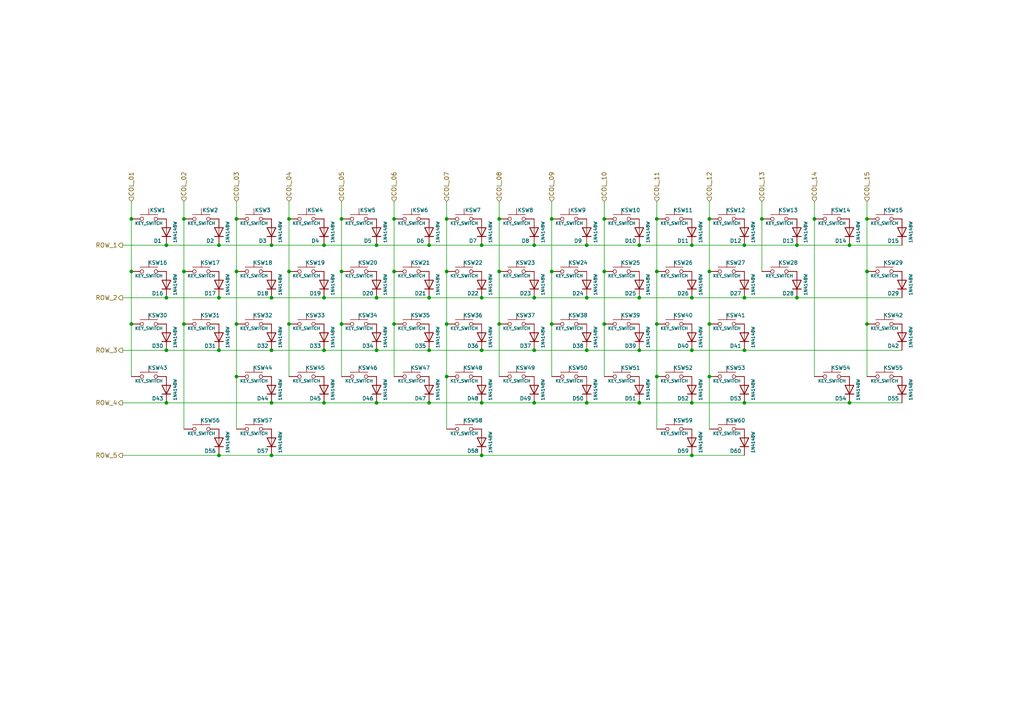
<source format=kicad_sch>
(kicad_sch (version 20211123) (generator eeschema)

  (uuid 8412992d-8754-44de-9e08-115cec1a3eff)

  (paper "A4")

  (title_block
    (title "YUIOP60HH/Matrix")
    (date "2021-04-22")
    (rev "4")
    (company "KaoriYa")
  )

  (lib_symbols
    (symbol "Diode:1N4148W" (pin_numbers hide) (pin_names (offset 1.016) hide) (in_bom yes) (on_board yes)
      (property "Reference" "D" (id 0) (at 0 2.54 0)
        (effects (font (size 1.27 1.27)))
      )
      (property "Value" "1N4148W" (id 1) (at 0 -2.54 0)
        (effects (font (size 1.27 1.27)))
      )
      (property "Footprint" "Diode_SMD:D_SOD-123" (id 2) (at 0 -4.445 0)
        (effects (font (size 1.27 1.27)) hide)
      )
      (property "Datasheet" "https://www.vishay.com/docs/85748/1n4148w.pdf" (id 3) (at 0 0 0)
        (effects (font (size 1.27 1.27)) hide)
      )
      (property "ki_keywords" "diode" (id 4) (at 0 0 0)
        (effects (font (size 1.27 1.27)) hide)
      )
      (property "ki_description" "75V 0.15A Fast Switching Diode, SOD-123" (id 5) (at 0 0 0)
        (effects (font (size 1.27 1.27)) hide)
      )
      (property "ki_fp_filters" "D*SOD?123*" (id 6) (at 0 0 0)
        (effects (font (size 1.27 1.27)) hide)
      )
      (symbol "1N4148W_0_1"
        (polyline
          (pts
            (xy -1.27 1.27)
            (xy -1.27 -1.27)
          )
          (stroke (width 0.254) (type default) (color 0 0 0 0))
          (fill (type none))
        )
        (polyline
          (pts
            (xy 1.27 0)
            (xy -1.27 0)
          )
          (stroke (width 0) (type default) (color 0 0 0 0))
          (fill (type none))
        )
        (polyline
          (pts
            (xy 1.27 1.27)
            (xy 1.27 -1.27)
            (xy -1.27 0)
            (xy 1.27 1.27)
          )
          (stroke (width 0.254) (type default) (color 0 0 0 0))
          (fill (type none))
        )
      )
      (symbol "1N4148W_1_1"
        (pin passive line (at -3.81 0 0) (length 2.54)
          (name "K" (effects (font (size 1.27 1.27))))
          (number "1" (effects (font (size 1.27 1.27))))
        )
        (pin passive line (at 3.81 0 180) (length 2.54)
          (name "A" (effects (font (size 1.27 1.27))))
          (number "2" (effects (font (size 1.27 1.27))))
        )
      )
    )
    (symbol "Switch:SW_Push" (pin_numbers hide) (pin_names (offset 1.016) hide) (in_bom yes) (on_board yes)
      (property "Reference" "SW" (id 0) (at 1.27 2.54 0)
        (effects (font (size 1.27 1.27)) (justify left))
      )
      (property "Value" "SW_Push" (id 1) (at 0 -1.524 0)
        (effects (font (size 1.27 1.27)))
      )
      (property "Footprint" "" (id 2) (at 0 5.08 0)
        (effects (font (size 1.27 1.27)) hide)
      )
      (property "Datasheet" "~" (id 3) (at 0 5.08 0)
        (effects (font (size 1.27 1.27)) hide)
      )
      (property "ki_keywords" "switch normally-open pushbutton push-button" (id 4) (at 0 0 0)
        (effects (font (size 1.27 1.27)) hide)
      )
      (property "ki_description" "Push button switch, generic, two pins" (id 5) (at 0 0 0)
        (effects (font (size 1.27 1.27)) hide)
      )
      (symbol "SW_Push_0_1"
        (circle (center -2.032 0) (radius 0.508)
          (stroke (width 0) (type default) (color 0 0 0 0))
          (fill (type none))
        )
        (polyline
          (pts
            (xy 0 1.27)
            (xy 0 3.048)
          )
          (stroke (width 0) (type default) (color 0 0 0 0))
          (fill (type none))
        )
        (polyline
          (pts
            (xy 2.54 1.27)
            (xy -2.54 1.27)
          )
          (stroke (width 0) (type default) (color 0 0 0 0))
          (fill (type none))
        )
        (circle (center 2.032 0) (radius 0.508)
          (stroke (width 0) (type default) (color 0 0 0 0))
          (fill (type none))
        )
        (pin passive line (at -5.08 0 0) (length 2.54)
          (name "1" (effects (font (size 1.27 1.27))))
          (number "1" (effects (font (size 1.27 1.27))))
        )
        (pin passive line (at 5.08 0 180) (length 2.54)
          (name "2" (effects (font (size 1.27 1.27))))
          (number "2" (effects (font (size 1.27 1.27))))
        )
      )
    )
  )

  (junction (at 63.5 101.6) (diameter 0) (color 0 0 0 0)
    (uuid 014d13cd-26ad-4d0e-86ad-a43b541cab14)
  )
  (junction (at 129.54 109.22) (diameter 0) (color 0 0 0 0)
    (uuid 05d3e08e-e1f9-46cf-93d0-836d1306d03a)
  )
  (junction (at 144.78 78.74) (diameter 0) (color 0 0 0 0)
    (uuid 083becc8-e25d-4206-9636-55457650bbe3)
  )
  (junction (at 114.3 63.5) (diameter 0) (color 0 0 0 0)
    (uuid 0b9f21ed-3d41-4f23-ae45-74117a5f3153)
  )
  (junction (at 200.66 86.36) (diameter 0) (color 0 0 0 0)
    (uuid 0cbeb329-a88d-4a47-a5c2-a1d693de2f8c)
  )
  (junction (at 78.74 86.36) (diameter 0) (color 0 0 0 0)
    (uuid 0e249018-17e7-42b3-ae5d-5ebf3ae299ae)
  )
  (junction (at 124.46 71.12) (diameter 0) (color 0 0 0 0)
    (uuid 0fc5db66-6188-4c1f-bb14-0868bef113eb)
  )
  (junction (at 78.74 71.12) (diameter 0) (color 0 0 0 0)
    (uuid 10e52e95-44f3-4059-a86d-dcda603e0623)
  )
  (junction (at 236.22 63.5) (diameter 0) (color 0 0 0 0)
    (uuid 12f8e43c-8f83-48d3-a9b5-5f3ebc0b6c43)
  )
  (junction (at 48.26 86.36) (diameter 0) (color 0 0 0 0)
    (uuid 13bbfffc-affb-4b43-9eb1-f2ed90a8a919)
  )
  (junction (at 139.7 101.6) (diameter 0) (color 0 0 0 0)
    (uuid 1427bb3f-0689-4b41-a816-cd79a5202fd0)
  )
  (junction (at 109.22 71.12) (diameter 0) (color 0 0 0 0)
    (uuid 142dd724-2a9f-4eea-ab21-209b1bc7ec65)
  )
  (junction (at 251.46 63.5) (diameter 0) (color 0 0 0 0)
    (uuid 17ed3508-fa2e-4593-a799-bfd39a6cc14d)
  )
  (junction (at 99.06 78.74) (diameter 0) (color 0 0 0 0)
    (uuid 1b023dd4-5185-4576-b544-68a05b9c360b)
  )
  (junction (at 190.5 78.74) (diameter 0) (color 0 0 0 0)
    (uuid 1c9f6fea-1796-4a2d-80b3-ae22ce51c8f5)
  )
  (junction (at 170.18 71.12) (diameter 0) (color 0 0 0 0)
    (uuid 20caf6d2-76a7-497e-ac56-f6d31eb9027b)
  )
  (junction (at 38.1 78.74) (diameter 0) (color 0 0 0 0)
    (uuid 241e0c85-4796-48eb-a5a0-1c0f2d6e5910)
  )
  (junction (at 129.54 78.74) (diameter 0) (color 0 0 0 0)
    (uuid 2b64d2cb-d62a-4762-97ea-f1b0d4293c4f)
  )
  (junction (at 114.3 78.74) (diameter 0) (color 0 0 0 0)
    (uuid 2c95b9a6-9c71-4108-9cde-57ddfdd2dd19)
  )
  (junction (at 170.18 116.84) (diameter 0) (color 0 0 0 0)
    (uuid 2de1ffee-2174-41d2-8969-68b8d21e5a7d)
  )
  (junction (at 78.74 116.84) (diameter 0) (color 0 0 0 0)
    (uuid 31f91ec8-56e4-4e08-9ccd-012652772211)
  )
  (junction (at 83.82 78.74) (diameter 0) (color 0 0 0 0)
    (uuid 347562f5-b152-4e7b-8a69-40ca6daaaad4)
  )
  (junction (at 38.1 63.5) (diameter 0) (color 0 0 0 0)
    (uuid 363945f6-fbef-42be-99cf-4a8a48434d92)
  )
  (junction (at 200.66 71.12) (diameter 0) (color 0 0 0 0)
    (uuid 3a70978e-dcc2-4620-a99c-514362812927)
  )
  (junction (at 144.78 63.5) (diameter 0) (color 0 0 0 0)
    (uuid 3e3d55c8-e0ea-48fb-8421-a84b7cb7055b)
  )
  (junction (at 124.46 116.84) (diameter 0) (color 0 0 0 0)
    (uuid 3e57b728-64e6-4470-8f27-a43c0dd85050)
  )
  (junction (at 175.26 78.74) (diameter 0) (color 0 0 0 0)
    (uuid 422b10b9-e829-44a2-8808-05edd8cb3050)
  )
  (junction (at 154.94 101.6) (diameter 0) (color 0 0 0 0)
    (uuid 590fefcc-03e7-45d6-b6c9-e51a7c3c36c4)
  )
  (junction (at 129.54 93.98) (diameter 0) (color 0 0 0 0)
    (uuid 5f312b85-6822-40a3-b417-2df49696ca2d)
  )
  (junction (at 109.22 116.84) (diameter 0) (color 0 0 0 0)
    (uuid 5f31b97b-d794-46d6-bbd9-7a5638bcf704)
  )
  (junction (at 251.46 78.74) (diameter 0) (color 0 0 0 0)
    (uuid 5f6afe3e-3cb2-473a-819c-dc94ae52a6be)
  )
  (junction (at 48.26 71.12) (diameter 0) (color 0 0 0 0)
    (uuid 62e8c4d4-266c-4e53-8981-1028251d724c)
  )
  (junction (at 78.74 101.6) (diameter 0) (color 0 0 0 0)
    (uuid 633292d3-80c5-4986-be82-ce926e9f09f4)
  )
  (junction (at 185.42 101.6) (diameter 0) (color 0 0 0 0)
    (uuid 637f12be-fa48-4ce4-96b2-04c21a8795c8)
  )
  (junction (at 68.58 78.74) (diameter 0) (color 0 0 0 0)
    (uuid 6a2bcc72-047b-4846-8583-1109e3552669)
  )
  (junction (at 63.5 71.12) (diameter 0) (color 0 0 0 0)
    (uuid 6b91a3ee-fdcd-4bfe-ad57-c8d5ea9903a8)
  )
  (junction (at 215.9 116.84) (diameter 0) (color 0 0 0 0)
    (uuid 6cb535a7-247d-4f99-997d-c21b160eadfa)
  )
  (junction (at 48.26 116.84) (diameter 0) (color 0 0 0 0)
    (uuid 701e1517-e8cf-46f4-b538-98e721c97380)
  )
  (junction (at 83.82 63.5) (diameter 0) (color 0 0 0 0)
    (uuid 70d34adf-9bd8-469e-8c77-5c0d7adf511e)
  )
  (junction (at 200.66 132.08) (diameter 0) (color 0 0 0 0)
    (uuid 71af7b65-0e6b-402e-b1a4-b66be507b4dc)
  )
  (junction (at 190.5 93.98) (diameter 0) (color 0 0 0 0)
    (uuid 73fbe87f-3928-49c2-bf87-839d907c6aef)
  )
  (junction (at 139.7 116.84) (diameter 0) (color 0 0 0 0)
    (uuid 75b944f9-bf25-4dc7-8104-e9f80b4f359b)
  )
  (junction (at 114.3 93.98) (diameter 0) (color 0 0 0 0)
    (uuid 7b766787-7689-40b8-9ef5-c0b1af45a9ae)
  )
  (junction (at 63.5 86.36) (diameter 0) (color 0 0 0 0)
    (uuid 7c00778a-4692-4f9b-87d5-2d355077ce1e)
  )
  (junction (at 154.94 86.36) (diameter 0) (color 0 0 0 0)
    (uuid 7c2008c8-0626-4a09-a873-065e83502a0e)
  )
  (junction (at 170.18 86.36) (diameter 0) (color 0 0 0 0)
    (uuid 7c411b3e-aca2-424f-b644-2d21c9d80fa7)
  )
  (junction (at 246.38 116.84) (diameter 0) (color 0 0 0 0)
    (uuid 7c5f3091-7791-43b3-8d50-43f6a72274c9)
  )
  (junction (at 109.22 86.36) (diameter 0) (color 0 0 0 0)
    (uuid 7db990e4-92e1-4f99-b4d2-435bbec1ba83)
  )
  (junction (at 185.42 116.84) (diameter 0) (color 0 0 0 0)
    (uuid 7f2b3ce3-2f20-426d-b769-e0329b6a8111)
  )
  (junction (at 53.34 78.74) (diameter 0) (color 0 0 0 0)
    (uuid 7f9683c1-2203-43df-8fa1-719a0dc360df)
  )
  (junction (at 215.9 86.36) (diameter 0) (color 0 0 0 0)
    (uuid 810ed4ff-ffe2-4032-9af6-fb5ada3bae5b)
  )
  (junction (at 48.26 101.6) (diameter 0) (color 0 0 0 0)
    (uuid 83021f70-e61e-4ad3-bae7-b9f02b28be4f)
  )
  (junction (at 154.94 116.84) (diameter 0) (color 0 0 0 0)
    (uuid 84d4e166-b429-409a-ab37-c6a10fd82ff5)
  )
  (junction (at 160.02 63.5) (diameter 0) (color 0 0 0 0)
    (uuid 888fd7cb-2fc6-480c-bcfa-0b71303087d3)
  )
  (junction (at 124.46 101.6) (diameter 0) (color 0 0 0 0)
    (uuid 8b7bbefd-8f78-41f8-809c-2534a5de3b39)
  )
  (junction (at 38.1 93.98) (diameter 0) (color 0 0 0 0)
    (uuid 8cb2cd3a-4ef9-4ae5-b6bc-2b1d16f657d6)
  )
  (junction (at 144.78 93.98) (diameter 0) (color 0 0 0 0)
    (uuid 8e295ed4-82cb-4d9f-8888-7ad2dd4d5129)
  )
  (junction (at 99.06 93.98) (diameter 0) (color 0 0 0 0)
    (uuid 946404ba-9297-43ec-9d67-30184041145f)
  )
  (junction (at 160.02 93.98) (diameter 0) (color 0 0 0 0)
    (uuid 974c48bf-534e-4335-98e1-b0426c783e99)
  )
  (junction (at 93.98 116.84) (diameter 0) (color 0 0 0 0)
    (uuid 98861672-254d-432b-8e5a-10d885a5ffdc)
  )
  (junction (at 185.42 86.36) (diameter 0) (color 0 0 0 0)
    (uuid 9c607e49-ee5c-4e85-a7da-6fede9912412)
  )
  (junction (at 205.74 63.5) (diameter 0) (color 0 0 0 0)
    (uuid 9db16341-dac0-4aab-9c62-7d88c111c1ce)
  )
  (junction (at 99.06 63.5) (diameter 0) (color 0 0 0 0)
    (uuid 9e0e6fc0-a269-4822-b93d-4c5e6689ff11)
  )
  (junction (at 68.58 93.98) (diameter 0) (color 0 0 0 0)
    (uuid a0e7a81b-2259-4f8d-8368-ba75f2004714)
  )
  (junction (at 215.9 101.6) (diameter 0) (color 0 0 0 0)
    (uuid a599509f-fbb9-4db4-9adf-9e96bab1138d)
  )
  (junction (at 205.74 93.98) (diameter 0) (color 0 0 0 0)
    (uuid aa047297-22f8-4de0-a969-0b3451b8e164)
  )
  (junction (at 160.02 78.74) (diameter 0) (color 0 0 0 0)
    (uuid aa1c6f47-cbd4-4cbd-8265-e5ac08b7ffc8)
  )
  (junction (at 205.74 78.74) (diameter 0) (color 0 0 0 0)
    (uuid ab8b0540-9c9f-4195-88f5-7bed0b0a8ed6)
  )
  (junction (at 139.7 71.12) (diameter 0) (color 0 0 0 0)
    (uuid bb59b92a-e4d0-4b9e-82cd-26304f5c15b8)
  )
  (junction (at 53.34 93.98) (diameter 0) (color 0 0 0 0)
    (uuid be2983fa-f06e-485e-bea1-3dd96b916ec5)
  )
  (junction (at 190.5 63.5) (diameter 0) (color 0 0 0 0)
    (uuid be6b17f9-34f5-44e9-a4c7-725d2e274a9d)
  )
  (junction (at 190.5 109.22) (diameter 0) (color 0 0 0 0)
    (uuid befdfbe5-f3e5-423b-a34e-7bba3f218536)
  )
  (junction (at 251.46 93.98) (diameter 0) (color 0 0 0 0)
    (uuid c67ad10d-2f75-4ec6-a139-47058f7f06b2)
  )
  (junction (at 231.14 71.12) (diameter 0) (color 0 0 0 0)
    (uuid c71f56c1-5b7c-4373-9716-fffac482104c)
  )
  (junction (at 53.34 63.5) (diameter 0) (color 0 0 0 0)
    (uuid c8ab8246-b2bb-4b06-b45e-2548482466fd)
  )
  (junction (at 83.82 93.98) (diameter 0) (color 0 0 0 0)
    (uuid cbde200f-1075-469a-89f8-abbdcf30e36a)
  )
  (junction (at 170.18 101.6) (diameter 0) (color 0 0 0 0)
    (uuid cbebc05a-c4dd-4baf-8c08-196e84e08b27)
  )
  (junction (at 68.58 63.5) (diameter 0) (color 0 0 0 0)
    (uuid cee2f43a-7d22-4585-a857-73949bd17a9d)
  )
  (junction (at 175.26 93.98) (diameter 0) (color 0 0 0 0)
    (uuid cf21dfe3-ab4f-4ad9-b7cf-dc892d833b13)
  )
  (junction (at 93.98 101.6) (diameter 0) (color 0 0 0 0)
    (uuid d0cd3439-276c-41ba-b38d-f84f6da38415)
  )
  (junction (at 220.98 63.5) (diameter 0) (color 0 0 0 0)
    (uuid db742b9e-1fed-4e0c-b783-f911ab5116aa)
  )
  (junction (at 78.74 132.08) (diameter 0) (color 0 0 0 0)
    (uuid db851147-6a1e-4d19-898c-0ba71182359b)
  )
  (junction (at 246.38 71.12) (diameter 0) (color 0 0 0 0)
    (uuid dbe92a0d-89cb-4d3f-9497-c2c1d93a3018)
  )
  (junction (at 63.5 132.08) (diameter 0) (color 0 0 0 0)
    (uuid de370984-7922-4327-a0ba-7cd613995df4)
  )
  (junction (at 200.66 116.84) (diameter 0) (color 0 0 0 0)
    (uuid e0830067-5b66-4ce1-b2d1-aaa8af20baf7)
  )
  (junction (at 175.26 63.5) (diameter 0) (color 0 0 0 0)
    (uuid e2b24e25-1a0d-434a-876b-c595b47d80d2)
  )
  (junction (at 124.46 86.36) (diameter 0) (color 0 0 0 0)
    (uuid e300709f-6c72-488d-a598-efcbd6d3af54)
  )
  (junction (at 139.7 86.36) (diameter 0) (color 0 0 0 0)
    (uuid e36988d2-ecb2-461b-a443-7006f447e828)
  )
  (junction (at 139.7 132.08) (diameter 0) (color 0 0 0 0)
    (uuid e69c64f9-717d-4a97-b3df-80325ec2fa63)
  )
  (junction (at 93.98 86.36) (diameter 0) (color 0 0 0 0)
    (uuid e6d68f56-4a40-4849-b8d1-13d5ca292900)
  )
  (junction (at 93.98 71.12) (diameter 0) (color 0 0 0 0)
    (uuid e70b6168-f98e-4322-bc55-500948ef7b77)
  )
  (junction (at 205.74 109.22) (diameter 0) (color 0 0 0 0)
    (uuid e87a6f80-914f-4f62-9c9f-9ba62a88ee3d)
  )
  (junction (at 68.58 109.22) (diameter 0) (color 0 0 0 0)
    (uuid ea2ea877-1ce1-4cd6-ad19-1da87f51601d)
  )
  (junction (at 231.14 86.36) (diameter 0) (color 0 0 0 0)
    (uuid eac8d865-0226-4958-b547-6b5592f39713)
  )
  (junction (at 185.42 71.12) (diameter 0) (color 0 0 0 0)
    (uuid f447e585-df78-4239-b8cb-4653b3837bb1)
  )
  (junction (at 154.94 71.12) (diameter 0) (color 0 0 0 0)
    (uuid f44d04c5-0d17-4d52-8328-ef3b4fdfba5f)
  )
  (junction (at 109.22 101.6) (diameter 0) (color 0 0 0 0)
    (uuid f5bf5b4a-5213-48af-a5cd-0d67969d2de6)
  )
  (junction (at 200.66 101.6) (diameter 0) (color 0 0 0 0)
    (uuid fa00d3f4-bb71-4b1d-aa40-ae9267e2c41f)
  )
  (junction (at 215.9 71.12) (diameter 0) (color 0 0 0 0)
    (uuid fc4ad874-c922-4070-89f9-7262080469d8)
  )
  (junction (at 129.54 63.5) (diameter 0) (color 0 0 0 0)
    (uuid fc83cd71-1198-4019-87a1-dc154bceead3)
  )

  (wire (pts (xy 63.5 86.36) (xy 78.74 86.36))
    (stroke (width 0) (type default) (color 0 0 0 0))
    (uuid 01f82238-6335-48fe-8b0a-6853e227345a)
  )
  (wire (pts (xy 251.46 58.42) (xy 251.46 63.5))
    (stroke (width 0) (type default) (color 0 0 0 0))
    (uuid 02538207-54a8-4266-8d51-23871852b2ff)
  )
  (wire (pts (xy 160.02 93.98) (xy 160.02 109.22))
    (stroke (width 0) (type default) (color 0 0 0 0))
    (uuid 051b8cb0-ae77-4e09-98a7-bf2103319e66)
  )
  (wire (pts (xy 38.1 63.5) (xy 38.1 78.74))
    (stroke (width 0) (type default) (color 0 0 0 0))
    (uuid 0cc9bf07-55b9-458f-b8aa-41b2f51fa940)
  )
  (wire (pts (xy 175.26 93.98) (xy 175.26 109.22))
    (stroke (width 0) (type default) (color 0 0 0 0))
    (uuid 0d993e48-cea3-4104-9c5a-d8f97b64a3ac)
  )
  (wire (pts (xy 251.46 63.5) (xy 251.46 78.74))
    (stroke (width 0) (type default) (color 0 0 0 0))
    (uuid 0f560957-a8c5-442f-b20c-c2d88613742c)
  )
  (wire (pts (xy 129.54 63.5) (xy 129.54 78.74))
    (stroke (width 0) (type default) (color 0 0 0 0))
    (uuid 10d8ad0e-6a08-4053-92aa-23a15910fd21)
  )
  (wire (pts (xy 144.78 58.42) (xy 144.78 63.5))
    (stroke (width 0) (type default) (color 0 0 0 0))
    (uuid 123968c6-74e7-4754-8c36-08ea08e42555)
  )
  (wire (pts (xy 236.22 58.42) (xy 236.22 63.5))
    (stroke (width 0) (type default) (color 0 0 0 0))
    (uuid 12c8f4c9-cb79-4390-b96c-a717c693de17)
  )
  (wire (pts (xy 154.94 101.6) (xy 170.18 101.6))
    (stroke (width 0) (type default) (color 0 0 0 0))
    (uuid 14094ad2-b562-4efa-8c6f-51d7a3134345)
  )
  (wire (pts (xy 109.22 71.12) (xy 124.46 71.12))
    (stroke (width 0) (type default) (color 0 0 0 0))
    (uuid 15a82541-58d8-45b5-99c5-fb52e017e3ea)
  )
  (wire (pts (xy 231.14 71.12) (xy 246.38 71.12))
    (stroke (width 0) (type default) (color 0 0 0 0))
    (uuid 1ab71a3c-340b-469a-ada5-4f87f0b7b2fa)
  )
  (wire (pts (xy 205.74 58.42) (xy 205.74 63.5))
    (stroke (width 0) (type default) (color 0 0 0 0))
    (uuid 1c052668-6749-425a-9a77-35f046c8aa39)
  )
  (wire (pts (xy 35.56 116.84) (xy 48.26 116.84))
    (stroke (width 0) (type default) (color 0 0 0 0))
    (uuid 1cb22080-0f59-4c18-a6e6-8685ef44ec53)
  )
  (wire (pts (xy 175.26 78.74) (xy 175.26 93.98))
    (stroke (width 0) (type default) (color 0 0 0 0))
    (uuid 20901d7e-a300-4069-8967-a6a7e97a68bc)
  )
  (wire (pts (xy 53.34 93.98) (xy 53.34 124.46))
    (stroke (width 0) (type default) (color 0 0 0 0))
    (uuid 212bf70c-2324-47d9-8700-59771063baeb)
  )
  (wire (pts (xy 139.7 116.84) (xy 154.94 116.84))
    (stroke (width 0) (type default) (color 0 0 0 0))
    (uuid 2165c9a4-eb84-4cb6-a870-2fdc39d2511b)
  )
  (wire (pts (xy 48.26 116.84) (xy 78.74 116.84))
    (stroke (width 0) (type default) (color 0 0 0 0))
    (uuid 235067e2-1686-40fe-a9a0-61704311b2b1)
  )
  (wire (pts (xy 78.74 132.08) (xy 139.7 132.08))
    (stroke (width 0) (type default) (color 0 0 0 0))
    (uuid 2518d4ea-25cc-4e57-a0d6-8482034e7318)
  )
  (wire (pts (xy 48.26 71.12) (xy 63.5 71.12))
    (stroke (width 0) (type default) (color 0 0 0 0))
    (uuid 252f1275-081d-4d77-8bd5-3b9e6916ef42)
  )
  (wire (pts (xy 251.46 93.98) (xy 251.46 109.22))
    (stroke (width 0) (type default) (color 0 0 0 0))
    (uuid 2a6075ae-c7fa-41db-86b8-3f996740bdc2)
  )
  (wire (pts (xy 170.18 71.12) (xy 185.42 71.12))
    (stroke (width 0) (type default) (color 0 0 0 0))
    (uuid 2f291a4b-4ecb-4692-9ad2-324f9784c0d4)
  )
  (wire (pts (xy 200.66 71.12) (xy 215.9 71.12))
    (stroke (width 0) (type default) (color 0 0 0 0))
    (uuid 319639ae-c2c5-486d-93b1-d03bb1b64252)
  )
  (wire (pts (xy 83.82 93.98) (xy 83.82 109.22))
    (stroke (width 0) (type default) (color 0 0 0 0))
    (uuid 3249bd81-9fd4-4194-9b4f-2e333b2195b8)
  )
  (wire (pts (xy 200.66 116.84) (xy 215.9 116.84))
    (stroke (width 0) (type default) (color 0 0 0 0))
    (uuid 34c0bee6-7425-4435-8857-d1fe8dfb6d89)
  )
  (wire (pts (xy 175.26 58.42) (xy 175.26 63.5))
    (stroke (width 0) (type default) (color 0 0 0 0))
    (uuid 35c09d1f-2914-4d1e-a002-df30af772f3b)
  )
  (wire (pts (xy 38.1 78.74) (xy 38.1 93.98))
    (stroke (width 0) (type default) (color 0 0 0 0))
    (uuid 386ad9e3-71fa-420f-8722-88548b024fc5)
  )
  (wire (pts (xy 93.98 71.12) (xy 109.22 71.12))
    (stroke (width 0) (type default) (color 0 0 0 0))
    (uuid 3c8d03bf-f31d-4aa0-b8db-a227ffd7d8d6)
  )
  (wire (pts (xy 109.22 116.84) (xy 124.46 116.84))
    (stroke (width 0) (type default) (color 0 0 0 0))
    (uuid 3c9169cc-3a77-4ae0-8afc-cbfc472a28c5)
  )
  (wire (pts (xy 124.46 71.12) (xy 139.7 71.12))
    (stroke (width 0) (type default) (color 0 0 0 0))
    (uuid 3d6cdd62-5634-4e30-acf8-1b9c1dbf6653)
  )
  (wire (pts (xy 83.82 58.42) (xy 83.82 63.5))
    (stroke (width 0) (type default) (color 0 0 0 0))
    (uuid 3efa2ece-8f3f-4a8c-96e9-6ab3ec6f1f70)
  )
  (wire (pts (xy 68.58 93.98) (xy 68.58 109.22))
    (stroke (width 0) (type default) (color 0 0 0 0))
    (uuid 430d6d73-9de6-41ca-b788-178d709f4aae)
  )
  (wire (pts (xy 220.98 63.5) (xy 220.98 78.74))
    (stroke (width 0) (type default) (color 0 0 0 0))
    (uuid 4344bc11-e822-474b-8d61-d12211e719b1)
  )
  (wire (pts (xy 68.58 58.42) (xy 68.58 63.5))
    (stroke (width 0) (type default) (color 0 0 0 0))
    (uuid 44035e53-ff94-45ad-801f-55a1ce042a0d)
  )
  (wire (pts (xy 231.14 86.36) (xy 261.62 86.36))
    (stroke (width 0) (type default) (color 0 0 0 0))
    (uuid 443bc73a-8dc0-4e2f-a292-a5eff00efa5b)
  )
  (wire (pts (xy 129.54 58.42) (xy 129.54 63.5))
    (stroke (width 0) (type default) (color 0 0 0 0))
    (uuid 475ed8b3-90bf-48cd-bce5-d8f48b689541)
  )
  (wire (pts (xy 160.02 58.42) (xy 160.02 63.5))
    (stroke (width 0) (type default) (color 0 0 0 0))
    (uuid 4a7e3849-3bc9-4bb3-b16a-fab2f5cee0e5)
  )
  (wire (pts (xy 200.66 132.08) (xy 215.9 132.08))
    (stroke (width 0) (type default) (color 0 0 0 0))
    (uuid 4fd9bc4f-0ae3-42d4-a1b4-9fb1b2a0a7fd)
  )
  (wire (pts (xy 124.46 86.36) (xy 139.7 86.36))
    (stroke (width 0) (type default) (color 0 0 0 0))
    (uuid 52a8f1be-73ca-41a8-bc24-2320706b0ec1)
  )
  (wire (pts (xy 139.7 101.6) (xy 154.94 101.6))
    (stroke (width 0) (type default) (color 0 0 0 0))
    (uuid 59cb2966-1e9c-4b3b-b3c8-7499378d8dde)
  )
  (wire (pts (xy 53.34 58.42) (xy 53.34 63.5))
    (stroke (width 0) (type default) (color 0 0 0 0))
    (uuid 5d49e9a6-41dd-4072-adde-ef1036c1979b)
  )
  (wire (pts (xy 93.98 116.84) (xy 109.22 116.84))
    (stroke (width 0) (type default) (color 0 0 0 0))
    (uuid 5e7c3a32-8dda-4e6a-9838-c94d1f165575)
  )
  (wire (pts (xy 185.42 101.6) (xy 200.66 101.6))
    (stroke (width 0) (type default) (color 0 0 0 0))
    (uuid 5ff19d63-2cb4-438b-93c4-e66d37a05329)
  )
  (wire (pts (xy 200.66 101.6) (xy 215.9 101.6))
    (stroke (width 0) (type default) (color 0 0 0 0))
    (uuid 616287d9-a51f-498c-8b91-be46a0aa3a7f)
  )
  (wire (pts (xy 185.42 71.12) (xy 200.66 71.12))
    (stroke (width 0) (type default) (color 0 0 0 0))
    (uuid 62a1f3d4-027d-4ecf-a37a-6fcf4263e9d2)
  )
  (wire (pts (xy 78.74 86.36) (xy 93.98 86.36))
    (stroke (width 0) (type default) (color 0 0 0 0))
    (uuid 63489ebf-0f52-43a6-a0ab-158b1a7d4988)
  )
  (wire (pts (xy 190.5 124.46) (xy 190.5 109.22))
    (stroke (width 0) (type default) (color 0 0 0 0))
    (uuid 6bd46644-7209-4d4d-acd8-f4c0d045bc61)
  )
  (wire (pts (xy 185.42 116.84) (xy 200.66 116.84))
    (stroke (width 0) (type default) (color 0 0 0 0))
    (uuid 6cb93665-0bcd-4104-8633-fffd1811eee0)
  )
  (wire (pts (xy 170.18 86.36) (xy 185.42 86.36))
    (stroke (width 0) (type default) (color 0 0 0 0))
    (uuid 6d0c9e39-9878-44c8-8283-9a59e45006fa)
  )
  (wire (pts (xy 99.06 58.42) (xy 99.06 63.5))
    (stroke (width 0) (type default) (color 0 0 0 0))
    (uuid 718e5c6d-0e4c-46d8-a149-2f2bfc54c7f1)
  )
  (wire (pts (xy 48.26 86.36) (xy 63.5 86.36))
    (stroke (width 0) (type default) (color 0 0 0 0))
    (uuid 71f8d568-0f23-4ff2-8e60-1600ce517a48)
  )
  (wire (pts (xy 144.78 63.5) (xy 144.78 78.74))
    (stroke (width 0) (type default) (color 0 0 0 0))
    (uuid 725cdf26-4b92-46db-bca9-10d930002dda)
  )
  (wire (pts (xy 78.74 71.12) (xy 93.98 71.12))
    (stroke (width 0) (type default) (color 0 0 0 0))
    (uuid 74f5ec08-7600-4a0b-a9e4-aae29f9ea08a)
  )
  (wire (pts (xy 154.94 71.12) (xy 170.18 71.12))
    (stroke (width 0) (type default) (color 0 0 0 0))
    (uuid 759788bd-3cb9-4d38-b58c-5cb10b7dca6b)
  )
  (wire (pts (xy 99.06 93.98) (xy 99.06 109.22))
    (stroke (width 0) (type default) (color 0 0 0 0))
    (uuid 76afa8e0-9b3a-439d-843c-ad039d3b6354)
  )
  (wire (pts (xy 63.5 101.6) (xy 78.74 101.6))
    (stroke (width 0) (type default) (color 0 0 0 0))
    (uuid 7744b6ee-910d-401d-b730-65c35d3d8092)
  )
  (wire (pts (xy 68.58 78.74) (xy 68.58 93.98))
    (stroke (width 0) (type default) (color 0 0 0 0))
    (uuid 775e8983-a723-43c5-bf00-61681f0840f3)
  )
  (wire (pts (xy 124.46 101.6) (xy 139.7 101.6))
    (stroke (width 0) (type default) (color 0 0 0 0))
    (uuid 78f9c3d3-3556-46f6-9744-05ad54b330f0)
  )
  (wire (pts (xy 144.78 93.98) (xy 144.78 109.22))
    (stroke (width 0) (type default) (color 0 0 0 0))
    (uuid 79451892-db6b-4999-916d-6392174ee493)
  )
  (wire (pts (xy 139.7 132.08) (xy 200.66 132.08))
    (stroke (width 0) (type default) (color 0 0 0 0))
    (uuid 799e761c-1426-40e9-a069-1f4cb353bfaa)
  )
  (wire (pts (xy 144.78 78.74) (xy 144.78 93.98))
    (stroke (width 0) (type default) (color 0 0 0 0))
    (uuid 7acd513a-187b-4936-9f93-2e521ce33ad5)
  )
  (wire (pts (xy 114.3 63.5) (xy 114.3 78.74))
    (stroke (width 0) (type default) (color 0 0 0 0))
    (uuid 8486c294-aa7e-43c3-b257-1ca3356dd17a)
  )
  (wire (pts (xy 190.5 78.74) (xy 190.5 93.98))
    (stroke (width 0) (type default) (color 0 0 0 0))
    (uuid 86ad0555-08b3-4dde-9a3e-c1e5e29b6615)
  )
  (wire (pts (xy 38.1 93.98) (xy 38.1 109.22))
    (stroke (width 0) (type default) (color 0 0 0 0))
    (uuid 87a1984f-543d-4f2e-ad8a-7a3a24ee6047)
  )
  (wire (pts (xy 109.22 101.6) (xy 124.46 101.6))
    (stroke (width 0) (type default) (color 0 0 0 0))
    (uuid 89c9afdc-c346-4300-a392-5f9dd8c1e5bd)
  )
  (wire (pts (xy 246.38 116.84) (xy 261.62 116.84))
    (stroke (width 0) (type default) (color 0 0 0 0))
    (uuid 8ac400bf-c9b3-4af4-b0a7-9aa9ab4ad17e)
  )
  (wire (pts (xy 215.9 101.6) (xy 261.62 101.6))
    (stroke (width 0) (type default) (color 0 0 0 0))
    (uuid 8bdea5f6-7a53-427a-92b8-fd15994c2e8c)
  )
  (wire (pts (xy 109.22 86.36) (xy 124.46 86.36))
    (stroke (width 0) (type default) (color 0 0 0 0))
    (uuid 8efee08b-b92e-4ba6-8722-c058e18114fe)
  )
  (wire (pts (xy 220.98 58.42) (xy 220.98 63.5))
    (stroke (width 0) (type default) (color 0 0 0 0))
    (uuid 8f12311d-6f4c-4d28-a5bc-d6cb462bade7)
  )
  (wire (pts (xy 99.06 63.5) (xy 99.06 78.74))
    (stroke (width 0) (type default) (color 0 0 0 0))
    (uuid 90f81af1-b6de-44aa-a46b-6504a157ce6c)
  )
  (wire (pts (xy 246.38 71.12) (xy 261.62 71.12))
    (stroke (width 0) (type default) (color 0 0 0 0))
    (uuid 97581b9a-3f6b-4e88-8768-6fdb60e6aca6)
  )
  (wire (pts (xy 38.1 58.42) (xy 38.1 63.5))
    (stroke (width 0) (type default) (color 0 0 0 0))
    (uuid 97dcf785-3264-40a1-a36e-8842acab24fb)
  )
  (wire (pts (xy 251.46 78.74) (xy 251.46 93.98))
    (stroke (width 0) (type default) (color 0 0 0 0))
    (uuid 98970bf0-1168-4b4e-a1c9-3b0c8d7eaacf)
  )
  (wire (pts (xy 129.54 78.74) (xy 129.54 93.98))
    (stroke (width 0) (type default) (color 0 0 0 0))
    (uuid 99186658-0361-40ba-ae93-62f23c5622e6)
  )
  (wire (pts (xy 63.5 132.08) (xy 78.74 132.08))
    (stroke (width 0) (type default) (color 0 0 0 0))
    (uuid 99e6b8eb-b08e-4d42-84dd-8b7f6765b7b7)
  )
  (wire (pts (xy 48.26 101.6) (xy 63.5 101.6))
    (stroke (width 0) (type default) (color 0 0 0 0))
    (uuid a25b7e01-1754-4cc9-8a14-3d9c461e5af5)
  )
  (wire (pts (xy 215.9 71.12) (xy 231.14 71.12))
    (stroke (width 0) (type default) (color 0 0 0 0))
    (uuid a5c8e189-1ddc-4a66-984b-e0fd1529d346)
  )
  (wire (pts (xy 99.06 78.74) (xy 99.06 93.98))
    (stroke (width 0) (type default) (color 0 0 0 0))
    (uuid a64aeb89-c24a-493b-9aab-87a6be930bde)
  )
  (wire (pts (xy 114.3 58.42) (xy 114.3 63.5))
    (stroke (width 0) (type default) (color 0 0 0 0))
    (uuid a76a574b-1cac-43eb-81e6-0e2e278cea39)
  )
  (wire (pts (xy 170.18 116.84) (xy 185.42 116.84))
    (stroke (width 0) (type default) (color 0 0 0 0))
    (uuid a7f2e97b-29f3-44fd-bf8a-97a3c1528b61)
  )
  (wire (pts (xy 160.02 63.5) (xy 160.02 78.74))
    (stroke (width 0) (type default) (color 0 0 0 0))
    (uuid a92f3b72-ed6d-4d99-9da6-35771bec3c77)
  )
  (wire (pts (xy 114.3 78.74) (xy 114.3 93.98))
    (stroke (width 0) (type default) (color 0 0 0 0))
    (uuid aee7520e-3bfc-435f-a66b-1dd1f5aa6a87)
  )
  (wire (pts (xy 53.34 63.5) (xy 53.34 78.74))
    (stroke (width 0) (type default) (color 0 0 0 0))
    (uuid b0054ce1-b60e-41de-a6a2-bf712784dd39)
  )
  (wire (pts (xy 205.74 109.22) (xy 205.74 124.46))
    (stroke (width 0) (type default) (color 0 0 0 0))
    (uuid b0b4c3cb-e7ea-49c0-8162-be3bbab3e4ec)
  )
  (wire (pts (xy 190.5 58.42) (xy 190.5 63.5))
    (stroke (width 0) (type default) (color 0 0 0 0))
    (uuid b12e5309-5d01-40ef-a9c3-8453e00a555e)
  )
  (wire (pts (xy 35.56 132.08) (xy 63.5 132.08))
    (stroke (width 0) (type default) (color 0 0 0 0))
    (uuid b794d099-f823-4d35-9755-ca1c45247ee9)
  )
  (wire (pts (xy 205.74 63.5) (xy 205.74 78.74))
    (stroke (width 0) (type default) (color 0 0 0 0))
    (uuid b7d06af4-a5b1-447f-9b1a-8b44eb1cc204)
  )
  (wire (pts (xy 93.98 101.6) (xy 109.22 101.6))
    (stroke (width 0) (type default) (color 0 0 0 0))
    (uuid b854a395-bfc6-4140-9640-75d4f9296771)
  )
  (wire (pts (xy 124.46 116.84) (xy 139.7 116.84))
    (stroke (width 0) (type default) (color 0 0 0 0))
    (uuid bac7c5b3-99df-445a-ade9-1e608bbbe27e)
  )
  (wire (pts (xy 63.5 71.12) (xy 78.74 71.12))
    (stroke (width 0) (type default) (color 0 0 0 0))
    (uuid bd793ae5-cde5-43f6-8def-1f95f35b1be6)
  )
  (wire (pts (xy 78.74 116.84) (xy 93.98 116.84))
    (stroke (width 0) (type default) (color 0 0 0 0))
    (uuid be41ac9e-b8ba-4089-983b-b84269707f1c)
  )
  (wire (pts (xy 68.58 63.5) (xy 68.58 78.74))
    (stroke (width 0) (type default) (color 0 0 0 0))
    (uuid c873689a-d206-42f5-aead-9199b4d63f51)
  )
  (wire (pts (xy 68.58 124.46) (xy 68.58 109.22))
    (stroke (width 0) (type default) (color 0 0 0 0))
    (uuid ca5b6af8-ca05-4338-b852-b51f2b49b1db)
  )
  (wire (pts (xy 83.82 63.5) (xy 83.82 78.74))
    (stroke (width 0) (type default) (color 0 0 0 0))
    (uuid cb083d38-4f11-4a80-8b19-ab751c405e4a)
  )
  (wire (pts (xy 35.56 101.6) (xy 48.26 101.6))
    (stroke (width 0) (type default) (color 0 0 0 0))
    (uuid cc75e5ae-3348-4e7a-bd16-4df685ee47bd)
  )
  (wire (pts (xy 93.98 86.36) (xy 109.22 86.36))
    (stroke (width 0) (type default) (color 0 0 0 0))
    (uuid cd5e758d-cb66-484a-ae8b-21f53ceee49e)
  )
  (wire (pts (xy 139.7 86.36) (xy 154.94 86.36))
    (stroke (width 0) (type default) (color 0 0 0 0))
    (uuid d102186a-5b58-41d0-9985-3dbb3593f397)
  )
  (wire (pts (xy 35.56 86.36) (xy 48.26 86.36))
    (stroke (width 0) (type default) (color 0 0 0 0))
    (uuid d72c89a6-7578-4468-964e-2a845431195f)
  )
  (wire (pts (xy 53.34 78.74) (xy 53.34 93.98))
    (stroke (width 0) (type default) (color 0 0 0 0))
    (uuid dc1d84c8-33da-4489-be8e-2a1de3001779)
  )
  (wire (pts (xy 190.5 93.98) (xy 190.5 109.22))
    (stroke (width 0) (type default) (color 0 0 0 0))
    (uuid dd334895-c8ff-4719-bac4-c0b289bb5899)
  )
  (wire (pts (xy 78.74 101.6) (xy 93.98 101.6))
    (stroke (width 0) (type default) (color 0 0 0 0))
    (uuid dda1e6ca-91ec-4136-b90b-3c54d79454b9)
  )
  (wire (pts (xy 114.3 93.98) (xy 114.3 109.22))
    (stroke (width 0) (type default) (color 0 0 0 0))
    (uuid df2a6036-7274-4398-9365-148b6ddab90d)
  )
  (wire (pts (xy 205.74 93.98) (xy 205.74 109.22))
    (stroke (width 0) (type default) (color 0 0 0 0))
    (uuid df3dc9a2-ba40-4c3a-87fe-61cc8e23d71b)
  )
  (wire (pts (xy 185.42 86.36) (xy 200.66 86.36))
    (stroke (width 0) (type default) (color 0 0 0 0))
    (uuid e5e5220d-5b7e-47da-a902-b997ec8d4d58)
  )
  (wire (pts (xy 205.74 78.74) (xy 205.74 93.98))
    (stroke (width 0) (type default) (color 0 0 0 0))
    (uuid e79c8e11-ed47-4701-ae80-a54cdb6682a5)
  )
  (wire (pts (xy 154.94 116.84) (xy 170.18 116.84))
    (stroke (width 0) (type default) (color 0 0 0 0))
    (uuid e87738fc-e372-4c48-9de9-398fd8b4874c)
  )
  (wire (pts (xy 236.22 63.5) (xy 236.22 109.22))
    (stroke (width 0) (type default) (color 0 0 0 0))
    (uuid eaa0d51a-ee4e-4d3a-a801-bddb7027e94c)
  )
  (wire (pts (xy 129.54 93.98) (xy 129.54 109.22))
    (stroke (width 0) (type default) (color 0 0 0 0))
    (uuid ee29d712-3378-4507-a00b-003526b29bb1)
  )
  (wire (pts (xy 215.9 86.36) (xy 231.14 86.36))
    (stroke (width 0) (type default) (color 0 0 0 0))
    (uuid f2480d0c-9b08-4037-9175-b2369af04d4c)
  )
  (wire (pts (xy 160.02 78.74) (xy 160.02 93.98))
    (stroke (width 0) (type default) (color 0 0 0 0))
    (uuid f28e56e7-283b-4b9a-ae27-95e89770fbf8)
  )
  (wire (pts (xy 200.66 86.36) (xy 215.9 86.36))
    (stroke (width 0) (type default) (color 0 0 0 0))
    (uuid f345e52a-8e0a-425a-b438-90809dd3b799)
  )
  (wire (pts (xy 154.94 86.36) (xy 170.18 86.36))
    (stroke (width 0) (type default) (color 0 0 0 0))
    (uuid f4a8afbe-ed68-4253-959f-6be4d2cbf8c5)
  )
  (wire (pts (xy 83.82 78.74) (xy 83.82 93.98))
    (stroke (width 0) (type default) (color 0 0 0 0))
    (uuid f50dae73-c5b5-475d-ac8c-5b555be54fa3)
  )
  (wire (pts (xy 190.5 63.5) (xy 190.5 78.74))
    (stroke (width 0) (type default) (color 0 0 0 0))
    (uuid f56d244f-1fa4-4475-ac1d-f41eed31a48b)
  )
  (wire (pts (xy 215.9 116.84) (xy 246.38 116.84))
    (stroke (width 0) (type default) (color 0 0 0 0))
    (uuid f5c43e09-08d6-4a29-a53a-3b9ea7fb34cd)
  )
  (wire (pts (xy 139.7 71.12) (xy 154.94 71.12))
    (stroke (width 0) (type default) (color 0 0 0 0))
    (uuid f6983918-fe05-46ea-b355-bc522ec53440)
  )
  (wire (pts (xy 129.54 124.46) (xy 129.54 109.22))
    (stroke (width 0) (type default) (color 0 0 0 0))
    (uuid f699494a-77d6-4c73-bd50-29c1c1c5b879)
  )
  (wire (pts (xy 170.18 101.6) (xy 185.42 101.6))
    (stroke (width 0) (type default) (color 0 0 0 0))
    (uuid f7447e92-4293-41c4-be3f-69b30aad1f17)
  )
  (wire (pts (xy 175.26 63.5) (xy 175.26 78.74))
    (stroke (width 0) (type default) (color 0 0 0 0))
    (uuid fad4c712-0a2e-465d-a9f8-83d26bd66e37)
  )
  (wire (pts (xy 35.56 71.12) (xy 48.26 71.12))
    (stroke (width 0) (type default) (color 0 0 0 0))
    (uuid fc3d51c1-8b35-4da3-a742-0ebe104989d7)
  )

  (hierarchical_label "COL_01" (shape input) (at 38.1 58.42 90)
    (effects (font (size 1.27 1.27)) (justify left))
    (uuid 02f8904b-a7b2-49dd-b392-764e7e29fb51)
  )
  (hierarchical_label "ROW_4" (shape output) (at 35.56 116.84 180)
    (effects (font (size 1.27 1.27)) (justify right))
    (uuid 0b4c0f05-c855-4742-bad2-dbf645d5842b)
  )
  (hierarchical_label "COL_05" (shape input) (at 99.06 58.42 90)
    (effects (font (size 1.27 1.27)) (justify left))
    (uuid 18f1018d-5857-4c32-a072-f3de80352f74)
  )
  (hierarchical_label "ROW_2" (shape output) (at 35.56 86.36 180)
    (effects (font (size 1.27 1.27)) (justify right))
    (uuid 282c8e53-3acc-42f0-a92a-6aa976b97a93)
  )
  (hierarchical_label "COL_09" (shape input) (at 160.02 58.42 90)
    (effects (font (size 1.27 1.27)) (justify left))
    (uuid 3d552623-2969-4b15-8623-368144f225e9)
  )
  (hierarchical_label "ROW_1" (shape output) (at 35.56 71.12 180)
    (effects (font (size 1.27 1.27)) (justify right))
    (uuid 5f38bdb2-3657-474e-8e86-d6bb0b298110)
  )
  (hierarchical_label "ROW_3" (shape output) (at 35.56 101.6 180)
    (effects (font (size 1.27 1.27)) (justify right))
    (uuid 83c5181e-f5ee-453c-ae5c-d7256ba8837d)
  )
  (hierarchical_label "ROW_5" (shape output) (at 35.56 132.08 180)
    (effects (font (size 1.27 1.27)) (justify right))
    (uuid 86e98417-f5e4-48ba-8147-ef66cc03dde6)
  )
  (hierarchical_label "COL_12" (shape input) (at 205.74 58.42 90)
    (effects (font (size 1.27 1.27)) (justify left))
    (uuid 8aeae536-fd36-430e-be47-1a856eced2fc)
  )
  (hierarchical_label "COL_03" (shape input) (at 68.58 58.42 90)
    (effects (font (size 1.27 1.27)) (justify left))
    (uuid 8bd46048-cab7-4adf-af9a-bc2710c1894c)
  )
  (hierarchical_label "COL_07" (shape input) (at 129.54 58.42 90)
    (effects (font (size 1.27 1.27)) (justify left))
    (uuid 92848721-49b5-4e4c-b042-6fd51e1d562f)
  )
  (hierarchical_label "COL_04" (shape input) (at 83.82 58.42 90)
    (effects (font (size 1.27 1.27)) (justify left))
    (uuid 992a2b00-5e28-4edd-88b5-994891512d8d)
  )
  (hierarchical_label "COL_11" (shape input) (at 190.5 58.42 90)
    (effects (font (size 1.27 1.27)) (justify left))
    (uuid bc3b3f93-69e0-44a5-b919-319b81d13095)
  )
  (hierarchical_label "COL_08" (shape input) (at 144.78 58.42 90)
    (effects (font (size 1.27 1.27)) (justify left))
    (uuid c07eebcc-30d2-439d-8030-faea6ade4486)
  )
  (hierarchical_label "COL_06" (shape input) (at 114.3 58.42 90)
    (effects (font (size 1.27 1.27)) (justify left))
    (uuid db1ed10a-ef86-43bf-93dc-9be76327f6d2)
  )
  (hierarchical_label "COL_10" (shape input) (at 175.26 58.42 90)
    (effects (font (size 1.27 1.27)) (justify left))
    (uuid e65bab67-68b7-4b22-a939-6f2c05164d2a)
  )
  (hierarchical_label "COL_02" (shape input) (at 53.34 58.42 90)
    (effects (font (size 1.27 1.27)) (justify left))
    (uuid e70d061b-28f0-4421-ad15-0598604086e8)
  )
  (hierarchical_label "COL_13" (shape input) (at 220.98 58.42 90)
    (effects (font (size 1.27 1.27)) (justify left))
    (uuid eb473bfd-fc2d-4cf0-8714-6b7dd95b0a03)
  )
  (hierarchical_label "COL_15" (shape input) (at 251.46 58.42 90)
    (effects (font (size 1.27 1.27)) (justify left))
    (uuid fa20e708-ec85-4e0b-8402-f74a2724f920)
  )
  (hierarchical_label "COL_14" (shape input) (at 236.22 58.42 90)
    (effects (font (size 1.27 1.27)) (justify left))
    (uuid fb35e3b1-aff6-41a7-9cf0-52694b95edeb)
  )

  (symbol (lib_id "Switch:SW_Push") (at 43.18 63.5 0) (unit 1)
    (in_bom yes) (on_board yes)
    (uuid 00000000-0000-0000-0000-000060709bd9)
    (property "Reference" "KSW1" (id 0) (at 45.72 60.96 0)
      (effects (font (size 1.0922 1.0922)))
    )
    (property "Value" "KEY_SWITCH" (id 1) (at 43.18 64.77 0)
      (effects (font (size 0.889 0.889)))
    )
    (property "Footprint" "yuiop:Cherry_MX_Hotswap_1.0u" (id 2) (at 43.18 58.42 0)
      (effects (font (size 1.27 1.27)) hide)
    )
    (property "Datasheet" "~" (id 3) (at 43.18 58.42 0)
      (effects (font (size 1.27 1.27)) hide)
    )
    (pin "1" (uuid 675b9ae3-18e4-4419-8ffb-794d217b2f39))
    (pin "2" (uuid ac78f3fe-4922-458e-aa7a-d6915db0a4da))
  )

  (symbol (lib_id "Diode:1N4148W") (at 48.26 67.31 90) (unit 1)
    (in_bom yes) (on_board yes)
    (uuid 00000000-0000-0000-0000-00006070c8bc)
    (property "Reference" "D1" (id 0) (at 45.72 69.85 90)
      (effects (font (size 1.0922 1.0922)))
    )
    (property "Value" "1N4148W" (id 1) (at 50.8 67.31 0)
      (effects (font (size 0.889 0.889)))
    )
    (property "Footprint" "yuiop:D_SOD-123" (id 2) (at 52.705 67.31 0)
      (effects (font (size 1.27 1.27)) hide)
    )
    (property "Datasheet" "https://www.vishay.com/docs/85748/1n4148w.pdf" (id 3) (at 48.26 67.31 0)
      (effects (font (size 1.27 1.27)) hide)
    )
    (pin "1" (uuid e793c5ba-38a6-4748-8449-ea684fedaf3f))
    (pin "2" (uuid 1eb94d34-d632-4fd3-96fe-3a1fafb12f09))
  )

  (symbol (lib_id "Switch:SW_Push") (at 58.42 63.5 0) (unit 1)
    (in_bom yes) (on_board yes)
    (uuid 00000000-0000-0000-0000-000060711843)
    (property "Reference" "KSW2" (id 0) (at 60.96 60.96 0)
      (effects (font (size 1.0922 1.0922)))
    )
    (property "Value" "KEY_SWITCH" (id 1) (at 58.42 64.77 0)
      (effects (font (size 0.889 0.889)))
    )
    (property "Footprint" "yuiop:Cherry_MX_Hotswap_1.0u" (id 2) (at 58.42 58.42 0)
      (effects (font (size 1.27 1.27)) hide)
    )
    (property "Datasheet" "~" (id 3) (at 58.42 58.42 0)
      (effects (font (size 1.27 1.27)) hide)
    )
    (pin "1" (uuid a263b9e7-75ff-4736-8644-64f85a4b2e42))
    (pin "2" (uuid 707a5339-fa7a-4b10-86f1-6f511446c3f3))
  )

  (symbol (lib_id "Diode:1N4148W") (at 63.5 67.31 90) (unit 1)
    (in_bom yes) (on_board yes)
    (uuid 00000000-0000-0000-0000-000060711849)
    (property "Reference" "D2" (id 0) (at 60.96 69.85 90)
      (effects (font (size 1.0922 1.0922)))
    )
    (property "Value" "1N4148W" (id 1) (at 66.04 67.31 0)
      (effects (font (size 0.889 0.889)))
    )
    (property "Footprint" "yuiop:D_SOD-123" (id 2) (at 67.945 67.31 0)
      (effects (font (size 1.27 1.27)) hide)
    )
    (property "Datasheet" "https://www.vishay.com/docs/85748/1n4148w.pdf" (id 3) (at 63.5 67.31 0)
      (effects (font (size 1.27 1.27)) hide)
    )
    (pin "1" (uuid 03498cfe-2fe7-4475-8777-dfa688968f65))
    (pin "2" (uuid 64a0350b-3bde-45ce-8b05-41e9eb803f97))
  )

  (symbol (lib_id "Switch:SW_Push") (at 73.66 63.5 0) (unit 1)
    (in_bom yes) (on_board yes)
    (uuid 00000000-0000-0000-0000-00006071252d)
    (property "Reference" "KSW3" (id 0) (at 76.2 60.96 0)
      (effects (font (size 1.0922 1.0922)))
    )
    (property "Value" "KEY_SWITCH" (id 1) (at 73.66 64.77 0)
      (effects (font (size 0.889 0.889)))
    )
    (property "Footprint" "yuiop:Cherry_MX_Hotswap_1.0u" (id 2) (at 73.66 58.42 0)
      (effects (font (size 1.27 1.27)) hide)
    )
    (property "Datasheet" "~" (id 3) (at 73.66 58.42 0)
      (effects (font (size 1.27 1.27)) hide)
    )
    (pin "1" (uuid 84b887f9-49b3-40aa-aadb-3e9f18585f40))
    (pin "2" (uuid afca75df-e839-4e1e-b559-fa1fcb503bf1))
  )

  (symbol (lib_id "Diode:1N4148W") (at 78.74 67.31 90) (unit 1)
    (in_bom yes) (on_board yes)
    (uuid 00000000-0000-0000-0000-000060712533)
    (property "Reference" "D3" (id 0) (at 76.2 69.85 90)
      (effects (font (size 1.0922 1.0922)))
    )
    (property "Value" "1N4148W" (id 1) (at 81.28 67.31 0)
      (effects (font (size 0.889 0.889)))
    )
    (property "Footprint" "yuiop:D_SOD-123" (id 2) (at 83.185 67.31 0)
      (effects (font (size 1.27 1.27)) hide)
    )
    (property "Datasheet" "https://www.vishay.com/docs/85748/1n4148w.pdf" (id 3) (at 78.74 67.31 0)
      (effects (font (size 1.27 1.27)) hide)
    )
    (pin "1" (uuid f0da71c3-ed3a-4338-9fb7-24124432d7d1))
    (pin "2" (uuid cf05494f-1708-4657-a7dd-6166fa5f5d49))
  )

  (symbol (lib_id "Switch:SW_Push") (at 88.9 63.5 0) (unit 1)
    (in_bom yes) (on_board yes)
    (uuid 00000000-0000-0000-0000-00006071d7ff)
    (property "Reference" "KSW4" (id 0) (at 91.44 60.96 0)
      (effects (font (size 1.0922 1.0922)))
    )
    (property "Value" "KEY_SWITCH" (id 1) (at 88.9 64.77 0)
      (effects (font (size 0.889 0.889)))
    )
    (property "Footprint" "yuiop:Cherry_MX_Hotswap_1.0u" (id 2) (at 88.9 58.42 0)
      (effects (font (size 1.27 1.27)) hide)
    )
    (property "Datasheet" "~" (id 3) (at 88.9 58.42 0)
      (effects (font (size 1.27 1.27)) hide)
    )
    (pin "1" (uuid f100f217-66ba-4fa1-b418-98bb868baff7))
    (pin "2" (uuid 2ddff87e-ade3-4e03-8971-557295370e2f))
  )

  (symbol (lib_id "Diode:1N4148W") (at 93.98 67.31 90) (unit 1)
    (in_bom yes) (on_board yes)
    (uuid 00000000-0000-0000-0000-00006071d805)
    (property "Reference" "D4" (id 0) (at 91.44 69.85 90)
      (effects (font (size 1.0922 1.0922)))
    )
    (property "Value" "1N4148W" (id 1) (at 96.52 67.31 0)
      (effects (font (size 0.889 0.889)))
    )
    (property "Footprint" "yuiop:D_SOD-123" (id 2) (at 98.425 67.31 0)
      (effects (font (size 1.27 1.27)) hide)
    )
    (property "Datasheet" "https://www.vishay.com/docs/85748/1n4148w.pdf" (id 3) (at 93.98 67.31 0)
      (effects (font (size 1.27 1.27)) hide)
    )
    (pin "1" (uuid 012f4603-3b4f-4e94-9839-74fef835de9b))
    (pin "2" (uuid 4afe149d-7f7a-419c-ba79-a62e3fb7a78c))
  )

  (symbol (lib_id "Switch:SW_Push") (at 104.14 63.5 0) (unit 1)
    (in_bom yes) (on_board yes)
    (uuid 00000000-0000-0000-0000-00006071d80b)
    (property "Reference" "KSW5" (id 0) (at 106.68 60.96 0)
      (effects (font (size 1.0922 1.0922)))
    )
    (property "Value" "KEY_SWITCH" (id 1) (at 104.14 64.77 0)
      (effects (font (size 0.889 0.889)))
    )
    (property "Footprint" "yuiop:Cherry_MX_Hotswap_1.0u" (id 2) (at 104.14 58.42 0)
      (effects (font (size 1.27 1.27)) hide)
    )
    (property "Datasheet" "~" (id 3) (at 104.14 58.42 0)
      (effects (font (size 1.27 1.27)) hide)
    )
    (pin "1" (uuid af984cd5-324d-4a68-ab71-1e46733b828f))
    (pin "2" (uuid 343a1989-0394-4c67-8fd4-4e3e4de180b9))
  )

  (symbol (lib_id "Diode:1N4148W") (at 109.22 67.31 90) (unit 1)
    (in_bom yes) (on_board yes)
    (uuid 00000000-0000-0000-0000-00006071d811)
    (property "Reference" "D5" (id 0) (at 106.68 69.85 90)
      (effects (font (size 1.0922 1.0922)))
    )
    (property "Value" "1N4148W" (id 1) (at 111.76 67.31 0)
      (effects (font (size 0.889 0.889)))
    )
    (property "Footprint" "yuiop:D_SOD-123" (id 2) (at 113.665 67.31 0)
      (effects (font (size 1.27 1.27)) hide)
    )
    (property "Datasheet" "https://www.vishay.com/docs/85748/1n4148w.pdf" (id 3) (at 109.22 67.31 0)
      (effects (font (size 1.27 1.27)) hide)
    )
    (pin "1" (uuid ea66459f-5d13-489c-b90c-3794c93458ec))
    (pin "2" (uuid 50a063ff-1b03-42ff-a025-ecfa57997bc7))
  )

  (symbol (lib_id "Switch:SW_Push") (at 119.38 63.5 0) (unit 1)
    (in_bom yes) (on_board yes)
    (uuid 00000000-0000-0000-0000-00006071d817)
    (property "Reference" "KSW6" (id 0) (at 121.92 60.96 0)
      (effects (font (size 1.0922 1.0922)))
    )
    (property "Value" "KEY_SWITCH" (id 1) (at 119.38 64.77 0)
      (effects (font (size 0.889 0.889)))
    )
    (property "Footprint" "yuiop:Cherry_MX_Hotswap_1.0u" (id 2) (at 119.38 58.42 0)
      (effects (font (size 1.27 1.27)) hide)
    )
    (property "Datasheet" "~" (id 3) (at 119.38 58.42 0)
      (effects (font (size 1.27 1.27)) hide)
    )
    (pin "1" (uuid 7d178fab-a20b-43c5-b3d5-8fb17e7d08a1))
    (pin "2" (uuid 6c1b6ca7-5f6e-4d43-b841-ee935dc200b1))
  )

  (symbol (lib_id "Diode:1N4148W") (at 124.46 67.31 90) (unit 1)
    (in_bom yes) (on_board yes)
    (uuid 00000000-0000-0000-0000-00006071d81d)
    (property "Reference" "D6" (id 0) (at 121.92 69.85 90)
      (effects (font (size 1.0922 1.0922)))
    )
    (property "Value" "1N4148W" (id 1) (at 127 67.31 0)
      (effects (font (size 0.889 0.889)))
    )
    (property "Footprint" "yuiop:D_SOD-123" (id 2) (at 128.905 67.31 0)
      (effects (font (size 1.27 1.27)) hide)
    )
    (property "Datasheet" "https://www.vishay.com/docs/85748/1n4148w.pdf" (id 3) (at 124.46 67.31 0)
      (effects (font (size 1.27 1.27)) hide)
    )
    (pin "1" (uuid 6aa716fd-9d87-48ef-8d67-30fe1299a1ea))
    (pin "2" (uuid 2e6783f6-ba51-414c-a4d4-80a0d6b5ee58))
  )

  (symbol (lib_id "Switch:SW_Push") (at 134.62 63.5 0) (unit 1)
    (in_bom yes) (on_board yes)
    (uuid 00000000-0000-0000-0000-0000607200e7)
    (property "Reference" "KSW7" (id 0) (at 137.16 60.96 0)
      (effects (font (size 1.0922 1.0922)))
    )
    (property "Value" "KEY_SWITCH" (id 1) (at 134.62 64.77 0)
      (effects (font (size 0.889 0.889)))
    )
    (property "Footprint" "yuiop:Cherry_MX_Hotswap_1.0u" (id 2) (at 134.62 58.42 0)
      (effects (font (size 1.27 1.27)) hide)
    )
    (property "Datasheet" "~" (id 3) (at 134.62 58.42 0)
      (effects (font (size 1.27 1.27)) hide)
    )
    (pin "1" (uuid ec2382c6-f67b-4899-959e-d04de4aba0e2))
    (pin "2" (uuid f602f74b-e606-42d0-aab7-713f25f1f15d))
  )

  (symbol (lib_id "Diode:1N4148W") (at 139.7 67.31 90) (unit 1)
    (in_bom yes) (on_board yes)
    (uuid 00000000-0000-0000-0000-0000607200ed)
    (property "Reference" "D7" (id 0) (at 137.16 69.85 90)
      (effects (font (size 1.0922 1.0922)))
    )
    (property "Value" "1N4148W" (id 1) (at 142.24 67.31 0)
      (effects (font (size 0.889 0.889)))
    )
    (property "Footprint" "yuiop:D_SOD-123" (id 2) (at 144.145 67.31 0)
      (effects (font (size 1.27 1.27)) hide)
    )
    (property "Datasheet" "https://www.vishay.com/docs/85748/1n4148w.pdf" (id 3) (at 139.7 67.31 0)
      (effects (font (size 1.27 1.27)) hide)
    )
    (pin "1" (uuid ad117f96-4eba-4260-8ff5-b92328ffa92d))
    (pin "2" (uuid ec09c969-83ec-40d3-9cc1-7095e6ac4650))
  )

  (symbol (lib_id "Switch:SW_Push") (at 149.86 63.5 0) (unit 1)
    (in_bom yes) (on_board yes)
    (uuid 00000000-0000-0000-0000-0000607200f3)
    (property "Reference" "KSW8" (id 0) (at 152.4 60.96 0)
      (effects (font (size 1.0922 1.0922)))
    )
    (property "Value" "KEY_SWITCH" (id 1) (at 149.86 64.77 0)
      (effects (font (size 0.889 0.889)))
    )
    (property "Footprint" "yuiop:Cherry_MX_Hotswap_1.0u" (id 2) (at 149.86 58.42 0)
      (effects (font (size 1.27 1.27)) hide)
    )
    (property "Datasheet" "~" (id 3) (at 149.86 58.42 0)
      (effects (font (size 1.27 1.27)) hide)
    )
    (pin "1" (uuid f15576ab-3e1a-47bf-92ee-6c80c27c1858))
    (pin "2" (uuid 3853bac6-40f7-47eb-b16e-11d3abc579c0))
  )

  (symbol (lib_id "Diode:1N4148W") (at 154.94 67.31 90) (unit 1)
    (in_bom yes) (on_board yes)
    (uuid 00000000-0000-0000-0000-0000607200f9)
    (property "Reference" "D8" (id 0) (at 152.4 69.85 90)
      (effects (font (size 1.0922 1.0922)))
    )
    (property "Value" "1N4148W" (id 1) (at 157.48 67.31 0)
      (effects (font (size 0.889 0.889)))
    )
    (property "Footprint" "yuiop:D_SOD-123" (id 2) (at 159.385 67.31 0)
      (effects (font (size 1.27 1.27)) hide)
    )
    (property "Datasheet" "https://www.vishay.com/docs/85748/1n4148w.pdf" (id 3) (at 154.94 67.31 0)
      (effects (font (size 1.27 1.27)) hide)
    )
    (pin "1" (uuid fae1ab20-a069-4952-b49e-c0bfdce08f36))
    (pin "2" (uuid f81b565b-43a3-40d9-84c1-dc5fee36b6e4))
  )

  (symbol (lib_id "Switch:SW_Push") (at 165.1 63.5 0) (unit 1)
    (in_bom yes) (on_board yes)
    (uuid 00000000-0000-0000-0000-0000607200ff)
    (property "Reference" "KSW9" (id 0) (at 167.64 60.96 0)
      (effects (font (size 1.0922 1.0922)))
    )
    (property "Value" "KEY_SWITCH" (id 1) (at 165.1 64.77 0)
      (effects (font (size 0.889 0.889)))
    )
    (property "Footprint" "yuiop:Cherry_MX_Hotswap_1.0u" (id 2) (at 165.1 58.42 0)
      (effects (font (size 1.27 1.27)) hide)
    )
    (property "Datasheet" "~" (id 3) (at 165.1 58.42 0)
      (effects (font (size 1.27 1.27)) hide)
    )
    (pin "1" (uuid 2e6b6897-08d7-4553-a535-d7ad7a0f1f93))
    (pin "2" (uuid c597a597-f1cc-4896-99b8-a941d0a2c0d4))
  )

  (symbol (lib_id "Diode:1N4148W") (at 170.18 67.31 90) (unit 1)
    (in_bom yes) (on_board yes)
    (uuid 00000000-0000-0000-0000-000060720105)
    (property "Reference" "D9" (id 0) (at 167.64 69.85 90)
      (effects (font (size 1.0922 1.0922)))
    )
    (property "Value" "1N4148W" (id 1) (at 172.72 67.31 0)
      (effects (font (size 0.889 0.889)))
    )
    (property "Footprint" "yuiop:D_SOD-123" (id 2) (at 174.625 67.31 0)
      (effects (font (size 1.27 1.27)) hide)
    )
    (property "Datasheet" "https://www.vishay.com/docs/85748/1n4148w.pdf" (id 3) (at 170.18 67.31 0)
      (effects (font (size 1.27 1.27)) hide)
    )
    (pin "1" (uuid f580492c-4129-4e47-be22-b6d42d63748b))
    (pin "2" (uuid db7c2dd8-9542-4f7a-b682-dbaf5e18b14f))
  )

  (symbol (lib_id "Switch:SW_Push") (at 180.34 63.5 0) (unit 1)
    (in_bom yes) (on_board yes)
    (uuid 00000000-0000-0000-0000-000060724c35)
    (property "Reference" "KSW10" (id 0) (at 182.88 60.96 0)
      (effects (font (size 1.0922 1.0922)))
    )
    (property "Value" "KEY_SWITCH" (id 1) (at 180.34 64.77 0)
      (effects (font (size 0.889 0.889)))
    )
    (property "Footprint" "yuiop:Cherry_MX_Hotswap_1.0u" (id 2) (at 180.34 58.42 0)
      (effects (font (size 1.27 1.27)) hide)
    )
    (property "Datasheet" "~" (id 3) (at 180.34 58.42 0)
      (effects (font (size 1.27 1.27)) hide)
    )
    (pin "1" (uuid c5f131a0-4efb-4a77-b01b-390aa9d9dc6f))
    (pin "2" (uuid 80ed32f8-6ca5-4885-8b3f-9982a49b1545))
  )

  (symbol (lib_id "Diode:1N4148W") (at 185.42 67.31 90) (unit 1)
    (in_bom yes) (on_board yes)
    (uuid 00000000-0000-0000-0000-000060724c3b)
    (property "Reference" "D10" (id 0) (at 182.88 69.85 90)
      (effects (font (size 1.0922 1.0922)))
    )
    (property "Value" "1N4148W" (id 1) (at 187.96 67.31 0)
      (effects (font (size 0.889 0.889)))
    )
    (property "Footprint" "yuiop:D_SOD-123" (id 2) (at 189.865 67.31 0)
      (effects (font (size 1.27 1.27)) hide)
    )
    (property "Datasheet" "https://www.vishay.com/docs/85748/1n4148w.pdf" (id 3) (at 185.42 67.31 0)
      (effects (font (size 1.27 1.27)) hide)
    )
    (pin "1" (uuid 4326e2ac-d204-46a3-a35e-16b90eb78eb3))
    (pin "2" (uuid 55d8c22a-29e9-4ce6-a5fb-694ece1340d8))
  )

  (symbol (lib_id "Switch:SW_Push") (at 195.58 63.5 0) (unit 1)
    (in_bom yes) (on_board yes)
    (uuid 00000000-0000-0000-0000-000060724c41)
    (property "Reference" "KSW11" (id 0) (at 198.12 60.96 0)
      (effects (font (size 1.0922 1.0922)))
    )
    (property "Value" "KEY_SWITCH" (id 1) (at 195.58 64.77 0)
      (effects (font (size 0.889 0.889)))
    )
    (property "Footprint" "yuiop:Cherry_MX_Hotswap_1.0u" (id 2) (at 195.58 58.42 0)
      (effects (font (size 1.27 1.27)) hide)
    )
    (property "Datasheet" "~" (id 3) (at 195.58 58.42 0)
      (effects (font (size 1.27 1.27)) hide)
    )
    (pin "1" (uuid 8a85f861-a03d-4c53-9e66-c2c89ff861f2))
    (pin "2" (uuid cb241252-9597-469d-8c97-9d70225aefc4))
  )

  (symbol (lib_id "Diode:1N4148W") (at 200.66 67.31 90) (unit 1)
    (in_bom yes) (on_board yes)
    (uuid 00000000-0000-0000-0000-000060724c47)
    (property "Reference" "D11" (id 0) (at 198.12 69.85 90)
      (effects (font (size 1.0922 1.0922)))
    )
    (property "Value" "1N4148W" (id 1) (at 203.2 67.31 0)
      (effects (font (size 0.889 0.889)))
    )
    (property "Footprint" "yuiop:D_SOD-123" (id 2) (at 205.105 67.31 0)
      (effects (font (size 1.27 1.27)) hide)
    )
    (property "Datasheet" "https://www.vishay.com/docs/85748/1n4148w.pdf" (id 3) (at 200.66 67.31 0)
      (effects (font (size 1.27 1.27)) hide)
    )
    (pin "1" (uuid f7c1e334-d119-4b56-9c98-84ec0afc6876))
    (pin "2" (uuid a88f7dea-f936-4f47-8ab3-03462e5937b6))
  )

  (symbol (lib_id "Switch:SW_Push") (at 210.82 63.5 0) (unit 1)
    (in_bom yes) (on_board yes)
    (uuid 00000000-0000-0000-0000-000060724c4d)
    (property "Reference" "KSW12" (id 0) (at 213.36 60.96 0)
      (effects (font (size 1.0922 1.0922)))
    )
    (property "Value" "KEY_SWITCH" (id 1) (at 210.82 64.77 0)
      (effects (font (size 0.889 0.889)))
    )
    (property "Footprint" "yuiop:Cherry_MX_Hotswap_1.0u" (id 2) (at 210.82 58.42 0)
      (effects (font (size 1.27 1.27)) hide)
    )
    (property "Datasheet" "~" (id 3) (at 210.82 58.42 0)
      (effects (font (size 1.27 1.27)) hide)
    )
    (pin "1" (uuid fab33fd5-92a5-4485-b3d0-c20e2bf10797))
    (pin "2" (uuid 2a897fbc-828a-4d1c-a51d-a65b222aa231))
  )

  (symbol (lib_id "Diode:1N4148W") (at 215.9 67.31 90) (unit 1)
    (in_bom yes) (on_board yes)
    (uuid 00000000-0000-0000-0000-000060724c53)
    (property "Reference" "D12" (id 0) (at 213.36 69.85 90)
      (effects (font (size 1.0922 1.0922)))
    )
    (property "Value" "1N4148W" (id 1) (at 218.44 67.31 0)
      (effects (font (size 0.889 0.889)))
    )
    (property "Footprint" "yuiop:D_SOD-123" (id 2) (at 220.345 67.31 0)
      (effects (font (size 1.27 1.27)) hide)
    )
    (property "Datasheet" "https://www.vishay.com/docs/85748/1n4148w.pdf" (id 3) (at 215.9 67.31 0)
      (effects (font (size 1.27 1.27)) hide)
    )
    (pin "1" (uuid f8dd1ce7-3e08-4aa4-ae71-53140aac0850))
    (pin "2" (uuid db0b5805-bf6e-4a66-8b98-d907945d0655))
  )

  (symbol (lib_id "Switch:SW_Push") (at 226.06 63.5 0) (unit 1)
    (in_bom yes) (on_board yes)
    (uuid 00000000-0000-0000-0000-000060729403)
    (property "Reference" "KSW13" (id 0) (at 228.6 60.96 0)
      (effects (font (size 1.0922 1.0922)))
    )
    (property "Value" "KEY_SWITCH" (id 1) (at 226.06 64.77 0)
      (effects (font (size 0.889 0.889)))
    )
    (property "Footprint" "yuiop:Cherry_MX_Hotswap_1.0u" (id 2) (at 226.06 58.42 0)
      (effects (font (size 1.27 1.27)) hide)
    )
    (property "Datasheet" "~" (id 3) (at 226.06 58.42 0)
      (effects (font (size 1.27 1.27)) hide)
    )
    (pin "1" (uuid a8700653-8c7d-44cc-9879-34a27bffea61))
    (pin "2" (uuid 607e0058-02d4-4ad9-b0b4-a0083e64a7c5))
  )

  (symbol (lib_id "Diode:1N4148W") (at 231.14 67.31 90) (unit 1)
    (in_bom yes) (on_board yes)
    (uuid 00000000-0000-0000-0000-000060729409)
    (property "Reference" "D13" (id 0) (at 228.6 69.85 90)
      (effects (font (size 1.0922 1.0922)))
    )
    (property "Value" "1N4148W" (id 1) (at 233.68 67.31 0)
      (effects (font (size 0.889 0.889)))
    )
    (property "Footprint" "yuiop:D_SOD-123" (id 2) (at 235.585 67.31 0)
      (effects (font (size 1.27 1.27)) hide)
    )
    (property "Datasheet" "https://www.vishay.com/docs/85748/1n4148w.pdf" (id 3) (at 231.14 67.31 0)
      (effects (font (size 1.27 1.27)) hide)
    )
    (pin "1" (uuid 4fe6e2b5-0030-4dc3-b33b-573d49c8f1a7))
    (pin "2" (uuid fc41bb7e-6c0d-47cf-8b77-b65681e519f2))
  )

  (symbol (lib_id "Switch:SW_Push") (at 241.3 63.5 0) (unit 1)
    (in_bom yes) (on_board yes)
    (uuid 00000000-0000-0000-0000-00006072940f)
    (property "Reference" "KSW14" (id 0) (at 243.84 60.96 0)
      (effects (font (size 1.0922 1.0922)))
    )
    (property "Value" "KEY_SWITCH" (id 1) (at 241.3 64.77 0)
      (effects (font (size 0.889 0.889)))
    )
    (property "Footprint" "yuiop:Cherry_MX_Hotswap_1.0u" (id 2) (at 241.3 58.42 0)
      (effects (font (size 1.27 1.27)) hide)
    )
    (property "Datasheet" "~" (id 3) (at 241.3 58.42 0)
      (effects (font (size 1.27 1.27)) hide)
    )
    (pin "1" (uuid 9cd37aaf-80e5-4a59-9710-94ed3cd48dae))
    (pin "2" (uuid c27f2210-fde6-4e7e-8dca-4f8e143c9a39))
  )

  (symbol (lib_id "Diode:1N4148W") (at 246.38 67.31 90) (unit 1)
    (in_bom yes) (on_board yes)
    (uuid 00000000-0000-0000-0000-000060729415)
    (property "Reference" "D14" (id 0) (at 243.84 69.85 90)
      (effects (font (size 1.0922 1.0922)))
    )
    (property "Value" "1N4148W" (id 1) (at 248.92 67.31 0)
      (effects (font (size 0.889 0.889)))
    )
    (property "Footprint" "yuiop:D_SOD-123" (id 2) (at 250.825 67.31 0)
      (effects (font (size 1.27 1.27)) hide)
    )
    (property "Datasheet" "https://www.vishay.com/docs/85748/1n4148w.pdf" (id 3) (at 246.38 67.31 0)
      (effects (font (size 1.27 1.27)) hide)
    )
    (pin "1" (uuid 5cea8440-7067-477a-a56a-db3395567d7d))
    (pin "2" (uuid 1ab7224c-ffaa-4c74-819b-94253ce85cca))
  )

  (symbol (lib_id "Switch:SW_Push") (at 256.54 63.5 0) (unit 1)
    (in_bom yes) (on_board yes)
    (uuid 00000000-0000-0000-0000-00006072941b)
    (property "Reference" "KSW15" (id 0) (at 259.08 60.96 0)
      (effects (font (size 1.0922 1.0922)))
    )
    (property "Value" "KEY_SWITCH" (id 1) (at 256.54 64.77 0)
      (effects (font (size 0.889 0.889)))
    )
    (property "Footprint" "yuiop:Cherry_MX_Hotswap_1.0u" (id 2) (at 256.54 58.42 0)
      (effects (font (size 1.27 1.27)) hide)
    )
    (property "Datasheet" "~" (id 3) (at 256.54 58.42 0)
      (effects (font (size 1.27 1.27)) hide)
    )
    (pin "1" (uuid 2bc7acdd-9968-405a-9f6e-e5b686322dd9))
    (pin "2" (uuid 55a2658d-2520-4359-916c-5af389cb16a1))
  )

  (symbol (lib_id "Diode:1N4148W") (at 261.62 67.31 90) (unit 1)
    (in_bom yes) (on_board yes)
    (uuid 00000000-0000-0000-0000-000060729421)
    (property "Reference" "D15" (id 0) (at 259.08 69.85 90)
      (effects (font (size 1.0922 1.0922)))
    )
    (property "Value" "1N4148W" (id 1) (at 264.16 67.31 0)
      (effects (font (size 0.889 0.889)))
    )
    (property "Footprint" "yuiop:D_SOD-123" (id 2) (at 266.065 67.31 0)
      (effects (font (size 1.27 1.27)) hide)
    )
    (property "Datasheet" "https://www.vishay.com/docs/85748/1n4148w.pdf" (id 3) (at 261.62 67.31 0)
      (effects (font (size 1.27 1.27)) hide)
    )
    (pin "1" (uuid ff9a2c4e-2b56-4901-8019-7f4eeb4f7312))
    (pin "2" (uuid 753d467b-8135-49d0-9636-5b06043dae11))
  )

  (symbol (lib_id "Switch:SW_Push") (at 43.18 78.74 0) (unit 1)
    (in_bom yes) (on_board yes)
    (uuid 00000000-0000-0000-0000-0000607983ab)
    (property "Reference" "KSW16" (id 0) (at 45.72 76.2 0)
      (effects (font (size 1.0922 1.0922)))
    )
    (property "Value" "KEY_SWITCH" (id 1) (at 43.18 80.01 0)
      (effects (font (size 0.889 0.889)))
    )
    (property "Footprint" "yuiop:Cherry_MX_Hotswap_1.0u" (id 2) (at 43.18 73.66 0)
      (effects (font (size 1.27 1.27)) hide)
    )
    (property "Datasheet" "~" (id 3) (at 43.18 73.66 0)
      (effects (font (size 1.27 1.27)) hide)
    )
    (pin "1" (uuid f24523cc-7e63-4096-9012-1d6f769a3f75))
    (pin "2" (uuid 9a365656-7f42-44cf-86d8-12c6cde21a42))
  )

  (symbol (lib_id "Diode:1N4148W") (at 48.26 82.55 90) (unit 1)
    (in_bom yes) (on_board yes)
    (uuid 00000000-0000-0000-0000-0000607983b1)
    (property "Reference" "D16" (id 0) (at 45.72 85.09 90)
      (effects (font (size 1.0922 1.0922)))
    )
    (property "Value" "1N4148W" (id 1) (at 50.8 82.55 0)
      (effects (font (size 0.889 0.889)))
    )
    (property "Footprint" "yuiop:D_SOD-123" (id 2) (at 52.705 82.55 0)
      (effects (font (size 1.27 1.27)) hide)
    )
    (property "Datasheet" "https://www.vishay.com/docs/85748/1n4148w.pdf" (id 3) (at 48.26 82.55 0)
      (effects (font (size 1.27 1.27)) hide)
    )
    (pin "1" (uuid 318c9656-da47-43f8-b97a-5b28a526c2d0))
    (pin "2" (uuid d6471c5f-043d-4d84-a97e-52771b5e0630))
  )

  (symbol (lib_id "Switch:SW_Push") (at 58.42 78.74 0) (unit 1)
    (in_bom yes) (on_board yes)
    (uuid 00000000-0000-0000-0000-0000607983b7)
    (property "Reference" "KSW17" (id 0) (at 60.96 76.2 0)
      (effects (font (size 1.0922 1.0922)))
    )
    (property "Value" "KEY_SWITCH" (id 1) (at 58.42 80.01 0)
      (effects (font (size 0.889 0.889)))
    )
    (property "Footprint" "yuiop:Cherry_MX_Hotswap_1.0u" (id 2) (at 58.42 73.66 0)
      (effects (font (size 1.27 1.27)) hide)
    )
    (property "Datasheet" "~" (id 3) (at 58.42 73.66 0)
      (effects (font (size 1.27 1.27)) hide)
    )
    (pin "1" (uuid d959b0a1-780d-42db-803e-5f28c1145b6e))
    (pin "2" (uuid 7a090dcb-131b-42e1-84ae-9b59bbd13e91))
  )

  (symbol (lib_id "Diode:1N4148W") (at 63.5 82.55 90) (unit 1)
    (in_bom yes) (on_board yes)
    (uuid 00000000-0000-0000-0000-0000607983bd)
    (property "Reference" "D17" (id 0) (at 60.96 85.09 90)
      (effects (font (size 1.0922 1.0922)))
    )
    (property "Value" "1N4148W" (id 1) (at 66.04 82.55 0)
      (effects (font (size 0.889 0.889)))
    )
    (property "Footprint" "yuiop:D_SOD-123" (id 2) (at 67.945 82.55 0)
      (effects (font (size 1.27 1.27)) hide)
    )
    (property "Datasheet" "https://www.vishay.com/docs/85748/1n4148w.pdf" (id 3) (at 63.5 82.55 0)
      (effects (font (size 1.27 1.27)) hide)
    )
    (pin "1" (uuid 7128565c-4f9f-4f37-9a46-b5298e3abb5e))
    (pin "2" (uuid 3873c637-7dc8-4061-a74c-4a2c51cb8042))
  )

  (symbol (lib_id "Switch:SW_Push") (at 73.66 78.74 0) (unit 1)
    (in_bom yes) (on_board yes)
    (uuid 00000000-0000-0000-0000-0000607983c3)
    (property "Reference" "KSW18" (id 0) (at 76.2 76.2 0)
      (effects (font (size 1.0922 1.0922)))
    )
    (property "Value" "KEY_SWITCH" (id 1) (at 73.66 80.01 0)
      (effects (font (size 0.889 0.889)))
    )
    (property "Footprint" "yuiop:Cherry_MX_Hotswap_1.0u" (id 2) (at 73.66 73.66 0)
      (effects (font (size 1.27 1.27)) hide)
    )
    (property "Datasheet" "~" (id 3) (at 73.66 73.66 0)
      (effects (font (size 1.27 1.27)) hide)
    )
    (pin "1" (uuid b4fd1831-a394-4569-b954-96bb3149be4b))
    (pin "2" (uuid cb2fc9f9-8eb7-43b4-94ed-9cca8a6a87c7))
  )

  (symbol (lib_id "Diode:1N4148W") (at 78.74 82.55 90) (unit 1)
    (in_bom yes) (on_board yes)
    (uuid 00000000-0000-0000-0000-0000607983c9)
    (property "Reference" "D18" (id 0) (at 76.2 85.09 90)
      (effects (font (size 1.0922 1.0922)))
    )
    (property "Value" "1N4148W" (id 1) (at 81.28 82.55 0)
      (effects (font (size 0.889 0.889)))
    )
    (property "Footprint" "yuiop:D_SOD-123" (id 2) (at 83.185 82.55 0)
      (effects (font (size 1.27 1.27)) hide)
    )
    (property "Datasheet" "https://www.vishay.com/docs/85748/1n4148w.pdf" (id 3) (at 78.74 82.55 0)
      (effects (font (size 1.27 1.27)) hide)
    )
    (pin "1" (uuid 6c17780c-86cc-4a84-bd3c-0b851d485062))
    (pin "2" (uuid a87f4e45-81f2-4e68-bcdb-03971775e490))
  )

  (symbol (lib_id "Switch:SW_Push") (at 88.9 78.74 0) (unit 1)
    (in_bom yes) (on_board yes)
    (uuid 00000000-0000-0000-0000-0000607983cf)
    (property "Reference" "KSW19" (id 0) (at 91.44 76.2 0)
      (effects (font (size 1.0922 1.0922)))
    )
    (property "Value" "KEY_SWITCH" (id 1) (at 88.9 80.01 0)
      (effects (font (size 0.889 0.889)))
    )
    (property "Footprint" "yuiop:Cherry_MX_Hotswap_1.0u" (id 2) (at 88.9 73.66 0)
      (effects (font (size 1.27 1.27)) hide)
    )
    (property "Datasheet" "~" (id 3) (at 88.9 73.66 0)
      (effects (font (size 1.27 1.27)) hide)
    )
    (pin "1" (uuid 5bbd8204-ebe6-4b32-aba7-fda080dfbb3c))
    (pin "2" (uuid 02854584-3f8f-493f-8250-49e617e6ae6b))
  )

  (symbol (lib_id "Diode:1N4148W") (at 93.98 82.55 90) (unit 1)
    (in_bom yes) (on_board yes)
    (uuid 00000000-0000-0000-0000-0000607983d5)
    (property "Reference" "D19" (id 0) (at 91.44 85.09 90)
      (effects (font (size 1.0922 1.0922)))
    )
    (property "Value" "1N4148W" (id 1) (at 96.52 82.55 0)
      (effects (font (size 0.889 0.889)))
    )
    (property "Footprint" "yuiop:D_SOD-123" (id 2) (at 98.425 82.55 0)
      (effects (font (size 1.27 1.27)) hide)
    )
    (property "Datasheet" "https://www.vishay.com/docs/85748/1n4148w.pdf" (id 3) (at 93.98 82.55 0)
      (effects (font (size 1.27 1.27)) hide)
    )
    (pin "1" (uuid 7eb6ae21-32e2-4c93-b178-a0564f43d25c))
    (pin "2" (uuid a05af406-256f-457e-9c94-61dc5d970ec4))
  )

  (symbol (lib_id "Switch:SW_Push") (at 104.14 78.74 0) (unit 1)
    (in_bom yes) (on_board yes)
    (uuid 00000000-0000-0000-0000-0000607983db)
    (property "Reference" "KSW20" (id 0) (at 106.68 76.2 0)
      (effects (font (size 1.0922 1.0922)))
    )
    (property "Value" "KEY_SWITCH" (id 1) (at 104.14 80.01 0)
      (effects (font (size 0.889 0.889)))
    )
    (property "Footprint" "yuiop:Cherry_MX_Hotswap_1.0u" (id 2) (at 104.14 73.66 0)
      (effects (font (size 1.27 1.27)) hide)
    )
    (property "Datasheet" "~" (id 3) (at 104.14 73.66 0)
      (effects (font (size 1.27 1.27)) hide)
    )
    (pin "1" (uuid 0709c489-1339-4953-ae6c-b878017fcb2b))
    (pin "2" (uuid 3cdbcf2e-dc57-4bfe-bdc4-e8b195ca23de))
  )

  (symbol (lib_id "Diode:1N4148W") (at 109.22 82.55 90) (unit 1)
    (in_bom yes) (on_board yes)
    (uuid 00000000-0000-0000-0000-0000607983e1)
    (property "Reference" "D20" (id 0) (at 106.68 85.09 90)
      (effects (font (size 1.0922 1.0922)))
    )
    (property "Value" "1N4148W" (id 1) (at 111.76 82.55 0)
      (effects (font (size 0.889 0.889)))
    )
    (property "Footprint" "yuiop:D_SOD-123" (id 2) (at 113.665 82.55 0)
      (effects (font (size 1.27 1.27)) hide)
    )
    (property "Datasheet" "https://www.vishay.com/docs/85748/1n4148w.pdf" (id 3) (at 109.22 82.55 0)
      (effects (font (size 1.27 1.27)) hide)
    )
    (pin "1" (uuid 6c1bc6d8-aae7-4798-aa03-961372291f4b))
    (pin "2" (uuid f291985b-9173-49b9-8801-f61c67018fbb))
  )

  (symbol (lib_id "Switch:SW_Push") (at 119.38 78.74 0) (unit 1)
    (in_bom yes) (on_board yes)
    (uuid 00000000-0000-0000-0000-0000607983e7)
    (property "Reference" "KSW21" (id 0) (at 121.92 76.2 0)
      (effects (font (size 1.0922 1.0922)))
    )
    (property "Value" "KEY_SWITCH" (id 1) (at 119.38 80.01 0)
      (effects (font (size 0.889 0.889)))
    )
    (property "Footprint" "yuiop:Cherry_MX_Hotswap_1.0u" (id 2) (at 119.38 73.66 0)
      (effects (font (size 1.27 1.27)) hide)
    )
    (property "Datasheet" "~" (id 3) (at 119.38 73.66 0)
      (effects (font (size 1.27 1.27)) hide)
    )
    (pin "1" (uuid e5e7ae5a-373d-4173-8153-af75babee219))
    (pin "2" (uuid 5365bf23-551e-43be-ad53-c7b95f867e97))
  )

  (symbol (lib_id "Diode:1N4148W") (at 124.46 82.55 90) (unit 1)
    (in_bom yes) (on_board yes)
    (uuid 00000000-0000-0000-0000-0000607983ed)
    (property "Reference" "D21" (id 0) (at 121.92 85.09 90)
      (effects (font (size 1.0922 1.0922)))
    )
    (property "Value" "1N4148W" (id 1) (at 127 82.55 0)
      (effects (font (size 0.889 0.889)))
    )
    (property "Footprint" "yuiop:D_SOD-123" (id 2) (at 128.905 82.55 0)
      (effects (font (size 1.27 1.27)) hide)
    )
    (property "Datasheet" "https://www.vishay.com/docs/85748/1n4148w.pdf" (id 3) (at 124.46 82.55 0)
      (effects (font (size 1.27 1.27)) hide)
    )
    (pin "1" (uuid 8b156c2e-bd37-47a0-8dca-d41e5e5b0533))
    (pin "2" (uuid a42b045d-6822-4be5-a001-84f288168357))
  )

  (symbol (lib_id "Switch:SW_Push") (at 134.62 78.74 0) (unit 1)
    (in_bom yes) (on_board yes)
    (uuid 00000000-0000-0000-0000-0000607983f3)
    (property "Reference" "KSW22" (id 0) (at 137.16 76.2 0)
      (effects (font (size 1.0922 1.0922)))
    )
    (property "Value" "KEY_SWITCH" (id 1) (at 134.62 80.01 0)
      (effects (font (size 0.889 0.889)))
    )
    (property "Footprint" "yuiop:Cherry_MX_Hotswap_1.0u" (id 2) (at 134.62 73.66 0)
      (effects (font (size 1.27 1.27)) hide)
    )
    (property "Datasheet" "~" (id 3) (at 134.62 73.66 0)
      (effects (font (size 1.27 1.27)) hide)
    )
    (pin "1" (uuid 91e10751-4ec1-46bf-a92e-db104cd58ba1))
    (pin "2" (uuid 5fea5002-c0e5-4b3e-b9f2-ff10cbf469a9))
  )

  (symbol (lib_id "Diode:1N4148W") (at 139.7 82.55 90) (unit 1)
    (in_bom yes) (on_board yes)
    (uuid 00000000-0000-0000-0000-0000607983f9)
    (property "Reference" "D22" (id 0) (at 137.16 85.09 90)
      (effects (font (size 1.0922 1.0922)))
    )
    (property "Value" "1N4148W" (id 1) (at 142.24 82.55 0)
      (effects (font (size 0.889 0.889)))
    )
    (property "Footprint" "yuiop:D_SOD-123" (id 2) (at 144.145 82.55 0)
      (effects (font (size 1.27 1.27)) hide)
    )
    (property "Datasheet" "https://www.vishay.com/docs/85748/1n4148w.pdf" (id 3) (at 139.7 82.55 0)
      (effects (font (size 1.27 1.27)) hide)
    )
    (pin "1" (uuid 62f1e10d-7c47-4481-948c-4264d3f9cfe3))
    (pin "2" (uuid 900ef53f-3523-4972-a3da-41e799817899))
  )

  (symbol (lib_id "Switch:SW_Push") (at 149.86 78.74 0) (unit 1)
    (in_bom yes) (on_board yes)
    (uuid 00000000-0000-0000-0000-0000607983ff)
    (property "Reference" "KSW23" (id 0) (at 152.4 76.2 0)
      (effects (font (size 1.0922 1.0922)))
    )
    (property "Value" "KEY_SWITCH" (id 1) (at 149.86 80.01 0)
      (effects (font (size 0.889 0.889)))
    )
    (property "Footprint" "yuiop:Cherry_MX_Hotswap_1.0u" (id 2) (at 149.86 73.66 0)
      (effects (font (size 1.27 1.27)) hide)
    )
    (property "Datasheet" "~" (id 3) (at 149.86 73.66 0)
      (effects (font (size 1.27 1.27)) hide)
    )
    (pin "1" (uuid 87cfb340-2de3-412f-b8e0-fd6b6423eb02))
    (pin "2" (uuid da629fef-57a3-4533-9ac3-6458daa0d5d7))
  )

  (symbol (lib_id "Diode:1N4148W") (at 154.94 82.55 90) (unit 1)
    (in_bom yes) (on_board yes)
    (uuid 00000000-0000-0000-0000-000060798405)
    (property "Reference" "D23" (id 0) (at 152.4 85.09 90)
      (effects (font (size 1.0922 1.0922)))
    )
    (property "Value" "1N4148W" (id 1) (at 157.48 82.55 0)
      (effects (font (size 0.889 0.889)))
    )
    (property "Footprint" "yuiop:D_SOD-123" (id 2) (at 159.385 82.55 0)
      (effects (font (size 1.27 1.27)) hide)
    )
    (property "Datasheet" "https://www.vishay.com/docs/85748/1n4148w.pdf" (id 3) (at 154.94 82.55 0)
      (effects (font (size 1.27 1.27)) hide)
    )
    (pin "1" (uuid 0f0ef548-c918-49f8-9108-e76c6926759d))
    (pin "2" (uuid 2038ffa6-4e54-41a0-99c8-8481d4021f96))
  )

  (symbol (lib_id "Switch:SW_Push") (at 165.1 78.74 0) (unit 1)
    (in_bom yes) (on_board yes)
    (uuid 00000000-0000-0000-0000-00006079840b)
    (property "Reference" "KSW24" (id 0) (at 167.64 76.2 0)
      (effects (font (size 1.0922 1.0922)))
    )
    (property "Value" "KEY_SWITCH" (id 1) (at 165.1 80.01 0)
      (effects (font (size 0.889 0.889)))
    )
    (property "Footprint" "yuiop:Cherry_MX_Hotswap_1.0u" (id 2) (at 165.1 73.66 0)
      (effects (font (size 1.27 1.27)) hide)
    )
    (property "Datasheet" "~" (id 3) (at 165.1 73.66 0)
      (effects (font (size 1.27 1.27)) hide)
    )
    (pin "1" (uuid 66fd556d-5b1d-433b-a386-fc3b54b73ca8))
    (pin "2" (uuid 791b3942-9ce6-4d3f-a766-25ec27fed429))
  )

  (symbol (lib_id "Diode:1N4148W") (at 170.18 82.55 90) (unit 1)
    (in_bom yes) (on_board yes)
    (uuid 00000000-0000-0000-0000-000060798411)
    (property "Reference" "D24" (id 0) (at 167.64 85.09 90)
      (effects (font (size 1.0922 1.0922)))
    )
    (property "Value" "1N4148W" (id 1) (at 172.72 82.55 0)
      (effects (font (size 0.889 0.889)))
    )
    (property "Footprint" "yuiop:D_SOD-123" (id 2) (at 174.625 82.55 0)
      (effects (font (size 1.27 1.27)) hide)
    )
    (property "Datasheet" "https://www.vishay.com/docs/85748/1n4148w.pdf" (id 3) (at 170.18 82.55 0)
      (effects (font (size 1.27 1.27)) hide)
    )
    (pin "1" (uuid 7223a7d7-c429-48e6-ab91-e3f32a1ea53d))
    (pin "2" (uuid d705a494-1246-4190-92da-c62340f95b11))
  )

  (symbol (lib_id "Switch:SW_Push") (at 180.34 78.74 0) (unit 1)
    (in_bom yes) (on_board yes)
    (uuid 00000000-0000-0000-0000-000060798417)
    (property "Reference" "KSW25" (id 0) (at 182.88 76.2 0)
      (effects (font (size 1.0922 1.0922)))
    )
    (property "Value" "KEY_SWITCH" (id 1) (at 180.34 80.01 0)
      (effects (font (size 0.889 0.889)))
    )
    (property "Footprint" "yuiop:Cherry_MX_Hotswap_1.0u" (id 2) (at 180.34 73.66 0)
      (effects (font (size 1.27 1.27)) hide)
    )
    (property "Datasheet" "~" (id 3) (at 180.34 73.66 0)
      (effects (font (size 1.27 1.27)) hide)
    )
    (pin "1" (uuid e55a5f42-9a0c-4d71-a13a-76d57b877b6b))
    (pin "2" (uuid e64e640c-e1d2-48a0-a3d7-96c6d7bb6b8e))
  )

  (symbol (lib_id "Diode:1N4148W") (at 185.42 82.55 90) (unit 1)
    (in_bom yes) (on_board yes)
    (uuid 00000000-0000-0000-0000-00006079841d)
    (property "Reference" "D25" (id 0) (at 182.88 85.09 90)
      (effects (font (size 1.0922 1.0922)))
    )
    (property "Value" "1N4148W" (id 1) (at 187.96 82.55 0)
      (effects (font (size 0.889 0.889)))
    )
    (property "Footprint" "yuiop:D_SOD-123" (id 2) (at 189.865 82.55 0)
      (effects (font (size 1.27 1.27)) hide)
    )
    (property "Datasheet" "https://www.vishay.com/docs/85748/1n4148w.pdf" (id 3) (at 185.42 82.55 0)
      (effects (font (size 1.27 1.27)) hide)
    )
    (pin "1" (uuid 514f4a89-9078-4e7d-be4c-12a23c1d911b))
    (pin "2" (uuid d68444ef-898e-4101-890e-fa5733299f86))
  )

  (symbol (lib_id "Switch:SW_Push") (at 195.58 78.74 0) (unit 1)
    (in_bom yes) (on_board yes)
    (uuid 00000000-0000-0000-0000-000060798423)
    (property "Reference" "KSW26" (id 0) (at 198.12 76.2 0)
      (effects (font (size 1.0922 1.0922)))
    )
    (property "Value" "KEY_SWITCH" (id 1) (at 195.58 80.01 0)
      (effects (font (size 0.889 0.889)))
    )
    (property "Footprint" "yuiop:Cherry_MX_Hotswap_1.0u" (id 2) (at 195.58 73.66 0)
      (effects (font (size 1.27 1.27)) hide)
    )
    (property "Datasheet" "~" (id 3) (at 195.58 73.66 0)
      (effects (font (size 1.27 1.27)) hide)
    )
    (pin "1" (uuid 95f497d5-b5ca-4c89-af6d-162da4cfe728))
    (pin "2" (uuid 641f2bf0-c0fc-4cdf-89bb-8da7ba408497))
  )

  (symbol (lib_id "Diode:1N4148W") (at 200.66 82.55 90) (unit 1)
    (in_bom yes) (on_board yes)
    (uuid 00000000-0000-0000-0000-000060798429)
    (property "Reference" "D26" (id 0) (at 198.12 85.09 90)
      (effects (font (size 1.0922 1.0922)))
    )
    (property "Value" "1N4148W" (id 1) (at 203.2 82.55 0)
      (effects (font (size 0.889 0.889)))
    )
    (property "Footprint" "yuiop:D_SOD-123" (id 2) (at 205.105 82.55 0)
      (effects (font (size 1.27 1.27)) hide)
    )
    (property "Datasheet" "https://www.vishay.com/docs/85748/1n4148w.pdf" (id 3) (at 200.66 82.55 0)
      (effects (font (size 1.27 1.27)) hide)
    )
    (pin "1" (uuid 7c260112-2305-4a00-b8b5-72dfe35f6777))
    (pin "2" (uuid df0dcc82-05dc-4748-aade-2a13dbde1e02))
  )

  (symbol (lib_id "Switch:SW_Push") (at 210.82 78.74 0) (unit 1)
    (in_bom yes) (on_board yes)
    (uuid 00000000-0000-0000-0000-00006079842f)
    (property "Reference" "KSW27" (id 0) (at 213.36 76.2 0)
      (effects (font (size 1.0922 1.0922)))
    )
    (property "Value" "KEY_SWITCH" (id 1) (at 210.82 80.01 0)
      (effects (font (size 0.889 0.889)))
    )
    (property "Footprint" "yuiop:Cherry_MX_Hotswap_1.0u" (id 2) (at 210.82 73.66 0)
      (effects (font (size 1.27 1.27)) hide)
    )
    (property "Datasheet" "~" (id 3) (at 210.82 73.66 0)
      (effects (font (size 1.27 1.27)) hide)
    )
    (pin "1" (uuid 75f62f58-577d-4778-afae-31a34b7bccbd))
    (pin "2" (uuid 3e492b3b-56d7-4fd9-9c55-55aee5898cff))
  )

  (symbol (lib_id "Diode:1N4148W") (at 215.9 82.55 90) (unit 1)
    (in_bom yes) (on_board yes)
    (uuid 00000000-0000-0000-0000-000060798435)
    (property "Reference" "D27" (id 0) (at 213.36 85.09 90)
      (effects (font (size 1.0922 1.0922)))
    )
    (property "Value" "1N4148W" (id 1) (at 218.44 82.55 0)
      (effects (font (size 0.889 0.889)))
    )
    (property "Footprint" "yuiop:D_SOD-123" (id 2) (at 220.345 82.55 0)
      (effects (font (size 1.27 1.27)) hide)
    )
    (property "Datasheet" "https://www.vishay.com/docs/85748/1n4148w.pdf" (id 3) (at 215.9 82.55 0)
      (effects (font (size 1.27 1.27)) hide)
    )
    (pin "1" (uuid 87ff1ff0-74ca-46c8-a8d5-9c57b605095f))
    (pin "2" (uuid 3885881b-b87e-4d0f-82cb-c2cfa6baa75b))
  )

  (symbol (lib_id "Switch:SW_Push") (at 226.06 78.74 0) (unit 1)
    (in_bom yes) (on_board yes)
    (uuid 00000000-0000-0000-0000-00006079843b)
    (property "Reference" "KSW28" (id 0) (at 228.6 76.2 0)
      (effects (font (size 1.0922 1.0922)))
    )
    (property "Value" "KEY_SWITCH" (id 1) (at 226.06 80.01 0)
      (effects (font (size 0.889 0.889)))
    )
    (property "Footprint" "yuiop:Cherry_MX_Hotswap_1.0u" (id 2) (at 226.06 73.66 0)
      (effects (font (size 1.27 1.27)) hide)
    )
    (property "Datasheet" "~" (id 3) (at 226.06 73.66 0)
      (effects (font (size 1.27 1.27)) hide)
    )
    (pin "1" (uuid 4cf712d1-2fd4-4685-a501-fd0def482b1a))
    (pin "2" (uuid f08a0ea8-2b0a-4f64-b6d3-c34f9dec37b5))
  )

  (symbol (lib_id "Diode:1N4148W") (at 231.14 82.55 90) (unit 1)
    (in_bom yes) (on_board yes)
    (uuid 00000000-0000-0000-0000-000060798441)
    (property "Reference" "D28" (id 0) (at 228.6 85.09 90)
      (effects (font (size 1.0922 1.0922)))
    )
    (property "Value" "1N4148W" (id 1) (at 233.68 82.55 0)
      (effects (font (size 0.889 0.889)))
    )
    (property "Footprint" "yuiop:D_SOD-123" (id 2) (at 235.585 82.55 0)
      (effects (font (size 1.27 1.27)) hide)
    )
    (property "Datasheet" "https://www.vishay.com/docs/85748/1n4148w.pdf" (id 3) (at 231.14 82.55 0)
      (effects (font (size 1.27 1.27)) hide)
    )
    (pin "1" (uuid 25b80178-e073-46f0-9f3a-4e90df274686))
    (pin "2" (uuid e3e7d842-5052-494e-9a66-f445aace43bd))
  )

  (symbol (lib_id "Switch:SW_Push") (at 256.54 78.74 0) (unit 1)
    (in_bom yes) (on_board yes)
    (uuid 00000000-0000-0000-0000-000060798447)
    (property "Reference" "KSW29" (id 0) (at 259.08 76.2 0)
      (effects (font (size 1.0922 1.0922)))
    )
    (property "Value" "KEY_SWITCH" (id 1) (at 256.54 80.01 0)
      (effects (font (size 0.889 0.889)))
    )
    (property "Footprint" "yuiop:Cherry_MX_Hotswap_1.0u" (id 2) (at 256.54 73.66 0)
      (effects (font (size 1.27 1.27)) hide)
    )
    (property "Datasheet" "~" (id 3) (at 256.54 73.66 0)
      (effects (font (size 1.27 1.27)) hide)
    )
    (pin "1" (uuid e6c074cb-8a27-4aec-bd56-6edf574e6124))
    (pin "2" (uuid e29cc5c4-3511-43da-a4de-309bfc23ad5a))
  )

  (symbol (lib_id "Diode:1N4148W") (at 261.62 82.55 90) (unit 1)
    (in_bom yes) (on_board yes)
    (uuid 00000000-0000-0000-0000-00006079844d)
    (property "Reference" "D29" (id 0) (at 259.08 85.09 90)
      (effects (font (size 1.0922 1.0922)))
    )
    (property "Value" "1N4148W" (id 1) (at 264.16 82.55 0)
      (effects (font (size 0.889 0.889)))
    )
    (property "Footprint" "yuiop:D_SOD-123" (id 2) (at 266.065 82.55 0)
      (effects (font (size 1.27 1.27)) hide)
    )
    (property "Datasheet" "https://www.vishay.com/docs/85748/1n4148w.pdf" (id 3) (at 261.62 82.55 0)
      (effects (font (size 1.27 1.27)) hide)
    )
    (pin "1" (uuid 23a7bf2e-f5c2-4555-a037-8acaadfb40ca))
    (pin "2" (uuid 0ead6fd9-16b4-44df-9950-402ed67b06d5))
  )

  (symbol (lib_id "Switch:SW_Push") (at 43.18 93.98 0) (unit 1)
    (in_bom yes) (on_board yes)
    (uuid 00000000-0000-0000-0000-0000607b64c7)
    (property "Reference" "KSW30" (id 0) (at 45.72 91.44 0)
      (effects (font (size 1.0922 1.0922)))
    )
    (property "Value" "KEY_SWITCH" (id 1) (at 43.18 95.25 0)
      (effects (font (size 0.889 0.889)))
    )
    (property "Footprint" "yuiop:Cherry_MX_Hotswap_1.0u" (id 2) (at 43.18 88.9 0)
      (effects (font (size 1.27 1.27)) hide)
    )
    (property "Datasheet" "~" (id 3) (at 43.18 88.9 0)
      (effects (font (size 1.27 1.27)) hide)
    )
    (pin "1" (uuid 7e9a1800-f41c-40df-90fc-a1cd155744fb))
    (pin "2" (uuid be65994c-f837-4559-be39-148c36ddc563))
  )

  (symbol (lib_id "Diode:1N4148W") (at 48.26 97.79 90) (unit 1)
    (in_bom yes) (on_board yes)
    (uuid 00000000-0000-0000-0000-0000607b64cd)
    (property "Reference" "D30" (id 0) (at 45.72 100.33 90)
      (effects (font (size 1.0922 1.0922)))
    )
    (property "Value" "1N4148W" (id 1) (at 50.8 97.79 0)
      (effects (font (size 0.889 0.889)))
    )
    (property "Footprint" "yuiop:D_SOD-123" (id 2) (at 52.705 97.79 0)
      (effects (font (size 1.27 1.27)) hide)
    )
    (property "Datasheet" "https://www.vishay.com/docs/85748/1n4148w.pdf" (id 3) (at 48.26 97.79 0)
      (effects (font (size 1.27 1.27)) hide)
    )
    (pin "1" (uuid 63fdf009-3307-40f5-90e6-0b3e16e57188))
    (pin "2" (uuid db255a6f-265d-41b1-bdc2-49312ff2bbd8))
  )

  (symbol (lib_id "Switch:SW_Push") (at 58.42 93.98 0) (unit 1)
    (in_bom yes) (on_board yes)
    (uuid 00000000-0000-0000-0000-0000607b64d3)
    (property "Reference" "KSW31" (id 0) (at 60.96 91.44 0)
      (effects (font (size 1.0922 1.0922)))
    )
    (property "Value" "KEY_SWITCH" (id 1) (at 58.42 95.25 0)
      (effects (font (size 0.889 0.889)))
    )
    (property "Footprint" "yuiop:Cherry_MX_Hotswap_1.0u" (id 2) (at 58.42 88.9 0)
      (effects (font (size 1.27 1.27)) hide)
    )
    (property "Datasheet" "~" (id 3) (at 58.42 88.9 0)
      (effects (font (size 1.27 1.27)) hide)
    )
    (pin "1" (uuid 7842be1c-69f8-47da-a87c-ae664fea6313))
    (pin "2" (uuid 3ab2ec94-0b71-4e49-bb9c-d5dabcbe1901))
  )

  (symbol (lib_id "Diode:1N4148W") (at 63.5 97.79 90) (unit 1)
    (in_bom yes) (on_board yes)
    (uuid 00000000-0000-0000-0000-0000607b64d9)
    (property "Reference" "D31" (id 0) (at 60.96 100.33 90)
      (effects (font (size 1.0922 1.0922)))
    )
    (property "Value" "1N4148W" (id 1) (at 66.04 97.79 0)
      (effects (font (size 0.889 0.889)))
    )
    (property "Footprint" "yuiop:D_SOD-123" (id 2) (at 67.945 97.79 0)
      (effects (font (size 1.27 1.27)) hide)
    )
    (property "Datasheet" "https://www.vishay.com/docs/85748/1n4148w.pdf" (id 3) (at 63.5 97.79 0)
      (effects (font (size 1.27 1.27)) hide)
    )
    (pin "1" (uuid 07deef51-02fc-4523-a651-32ed46252a61))
    (pin "2" (uuid 39327a09-d5c2-450e-bb7b-69a130b22b84))
  )

  (symbol (lib_id "Switch:SW_Push") (at 73.66 93.98 0) (unit 1)
    (in_bom yes) (on_board yes)
    (uuid 00000000-0000-0000-0000-0000607b64df)
    (property "Reference" "KSW32" (id 0) (at 76.2 91.44 0)
      (effects (font (size 1.0922 1.0922)))
    )
    (property "Value" "KEY_SWITCH" (id 1) (at 73.66 95.25 0)
      (effects (font (size 0.889 0.889)))
    )
    (property "Footprint" "yuiop:Cherry_MX_Hotswap_1.0u" (id 2) (at 73.66 88.9 0)
      (effects (font (size 1.27 1.27)) hide)
    )
    (property "Datasheet" "~" (id 3) (at 73.66 88.9 0)
      (effects (font (size 1.27 1.27)) hide)
    )
    (pin "1" (uuid a4f89b50-22dd-41b9-a0db-38ee6a9c07cd))
    (pin "2" (uuid 347abbc1-854a-40f3-be93-e7f380c88c8b))
  )

  (symbol (lib_id "Diode:1N4148W") (at 78.74 97.79 90) (unit 1)
    (in_bom yes) (on_board yes)
    (uuid 00000000-0000-0000-0000-0000607b64e5)
    (property "Reference" "D32" (id 0) (at 76.2 100.33 90)
      (effects (font (size 1.0922 1.0922)))
    )
    (property "Value" "1N4148W" (id 1) (at 81.28 97.79 0)
      (effects (font (size 0.889 0.889)))
    )
    (property "Footprint" "yuiop:D_SOD-123" (id 2) (at 83.185 97.79 0)
      (effects (font (size 1.27 1.27)) hide)
    )
    (property "Datasheet" "https://www.vishay.com/docs/85748/1n4148w.pdf" (id 3) (at 78.74 97.79 0)
      (effects (font (size 1.27 1.27)) hide)
    )
    (pin "1" (uuid 7fd42418-8ab6-4cdc-b2b3-e8f04825fc8a))
    (pin "2" (uuid ae26c46b-2323-4da4-9b11-12651c694aeb))
  )

  (symbol (lib_id "Switch:SW_Push") (at 88.9 93.98 0) (unit 1)
    (in_bom yes) (on_board yes)
    (uuid 00000000-0000-0000-0000-0000607b64eb)
    (property "Reference" "KSW33" (id 0) (at 91.44 91.44 0)
      (effects (font (size 1.0922 1.0922)))
    )
    (property "Value" "KEY_SWITCH" (id 1) (at 88.9 95.25 0)
      (effects (font (size 0.889 0.889)))
    )
    (property "Footprint" "yuiop:Cherry_MX_Hotswap_1.0u" (id 2) (at 88.9 88.9 0)
      (effects (font (size 1.27 1.27)) hide)
    )
    (property "Datasheet" "~" (id 3) (at 88.9 88.9 0)
      (effects (font (size 1.27 1.27)) hide)
    )
    (pin "1" (uuid 19c8779c-c770-4b56-93fd-ab1660106012))
    (pin "2" (uuid 0b1748cf-ff63-4587-b914-6f04d4cc4282))
  )

  (symbol (lib_id "Diode:1N4148W") (at 93.98 97.79 90) (unit 1)
    (in_bom yes) (on_board yes)
    (uuid 00000000-0000-0000-0000-0000607b64f1)
    (property "Reference" "D33" (id 0) (at 91.44 100.33 90)
      (effects (font (size 1.0922 1.0922)))
    )
    (property "Value" "1N4148W" (id 1) (at 96.52 97.79 0)
      (effects (font (size 0.889 0.889)))
    )
    (property "Footprint" "yuiop:D_SOD-123" (id 2) (at 98.425 97.79 0)
      (effects (font (size 1.27 1.27)) hide)
    )
    (property "Datasheet" "https://www.vishay.com/docs/85748/1n4148w.pdf" (id 3) (at 93.98 97.79 0)
      (effects (font (size 1.27 1.27)) hide)
    )
    (pin "1" (uuid 01c77afb-e89e-40e7-a53d-122b5fbbff86))
    (pin "2" (uuid 836c47c0-3c49-4b6b-a31b-fae45458b394))
  )

  (symbol (lib_id "Switch:SW_Push") (at 104.14 93.98 0) (unit 1)
    (in_bom yes) (on_board yes)
    (uuid 00000000-0000-0000-0000-0000607b64f7)
    (property "Reference" "KSW34" (id 0) (at 106.68 91.44 0)
      (effects (font (size 1.0922 1.0922)))
    )
    (property "Value" "KEY_SWITCH" (id 1) (at 104.14 95.25 0)
      (effects (font (size 0.889 0.889)))
    )
    (property "Footprint" "yuiop:Cherry_MX_Hotswap_1.0u" (id 2) (at 104.14 88.9 0)
      (effects (font (size 1.27 1.27)) hide)
    )
    (property "Datasheet" "~" (id 3) (at 104.14 88.9 0)
      (effects (font (size 1.27 1.27)) hide)
    )
    (pin "1" (uuid b7c29d9f-4a4c-4729-9b4d-c819885555c8))
    (pin "2" (uuid b16bd689-8e91-43dc-bad5-8b168e2de0bb))
  )

  (symbol (lib_id "Diode:1N4148W") (at 109.22 97.79 90) (unit 1)
    (in_bom yes) (on_board yes)
    (uuid 00000000-0000-0000-0000-0000607b64fd)
    (property "Reference" "D34" (id 0) (at 106.68 100.33 90)
      (effects (font (size 1.0922 1.0922)))
    )
    (property "Value" "1N4148W" (id 1) (at 111.76 97.79 0)
      (effects (font (size 0.889 0.889)))
    )
    (property "Footprint" "yuiop:D_SOD-123" (id 2) (at 113.665 97.79 0)
      (effects (font (size 1.27 1.27)) hide)
    )
    (property "Datasheet" "https://www.vishay.com/docs/85748/1n4148w.pdf" (id 3) (at 109.22 97.79 0)
      (effects (font (size 1.27 1.27)) hide)
    )
    (pin "1" (uuid 3d458103-e9c1-445c-a4ab-d6dfb6110dc7))
    (pin "2" (uuid 03c69949-aeaa-4ace-8e63-d9de7198f7a4))
  )

  (symbol (lib_id "Switch:SW_Push") (at 119.38 93.98 0) (unit 1)
    (in_bom yes) (on_board yes)
    (uuid 00000000-0000-0000-0000-0000607b6503)
    (property "Reference" "KSW35" (id 0) (at 121.92 91.44 0)
      (effects (font (size 1.0922 1.0922)))
    )
    (property "Value" "KEY_SWITCH" (id 1) (at 119.38 95.25 0)
      (effects (font (size 0.889 0.889)))
    )
    (property "Footprint" "yuiop:Cherry_MX_Hotswap_1.0u" (id 2) (at 119.38 88.9 0)
      (effects (font (size 1.27 1.27)) hide)
    )
    (property "Datasheet" "~" (id 3) (at 119.38 88.9 0)
      (effects (font (size 1.27 1.27)) hide)
    )
    (pin "1" (uuid 98b4e46f-6a34-4f3e-b3e0-eebd8fe9a617))
    (pin "2" (uuid bda8cab3-a5d5-4f8c-beef-e73c7e742bec))
  )

  (symbol (lib_id "Diode:1N4148W") (at 124.46 97.79 90) (unit 1)
    (in_bom yes) (on_board yes)
    (uuid 00000000-0000-0000-0000-0000607b6509)
    (property "Reference" "D35" (id 0) (at 121.92 100.33 90)
      (effects (font (size 1.0922 1.0922)))
    )
    (property "Value" "1N4148W" (id 1) (at 127 97.79 0)
      (effects (font (size 0.889 0.889)))
    )
    (property "Footprint" "yuiop:D_SOD-123" (id 2) (at 128.905 97.79 0)
      (effects (font (size 1.27 1.27)) hide)
    )
    (property "Datasheet" "https://www.vishay.com/docs/85748/1n4148w.pdf" (id 3) (at 124.46 97.79 0)
      (effects (font (size 1.27 1.27)) hide)
    )
    (pin "1" (uuid 3095b0f9-78d5-4a07-b71c-f48a9c58e7ec))
    (pin "2" (uuid 556eaa74-9381-481c-92e8-5831de22ee29))
  )

  (symbol (lib_id "Switch:SW_Push") (at 134.62 93.98 0) (unit 1)
    (in_bom yes) (on_board yes)
    (uuid 00000000-0000-0000-0000-0000607b650f)
    (property "Reference" "KSW36" (id 0) (at 137.16 91.44 0)
      (effects (font (size 1.0922 1.0922)))
    )
    (property "Value" "KEY_SWITCH" (id 1) (at 134.62 95.25 0)
      (effects (font (size 0.889 0.889)))
    )
    (property "Footprint" "yuiop:Cherry_MX_Hotswap_1.0u" (id 2) (at 134.62 88.9 0)
      (effects (font (size 1.27 1.27)) hide)
    )
    (property "Datasheet" "~" (id 3) (at 134.62 88.9 0)
      (effects (font (size 1.27 1.27)) hide)
    )
    (pin "1" (uuid 3d58e01a-ed27-44b7-9afe-d26aa69a1cc7))
    (pin "2" (uuid 855351dc-7bf0-480c-8b09-e66bbddfbd27))
  )

  (symbol (lib_id "Diode:1N4148W") (at 139.7 97.79 90) (unit 1)
    (in_bom yes) (on_board yes)
    (uuid 00000000-0000-0000-0000-0000607b6515)
    (property "Reference" "D36" (id 0) (at 137.16 100.33 90)
      (effects (font (size 1.0922 1.0922)))
    )
    (property "Value" "1N4148W" (id 1) (at 142.24 97.79 0)
      (effects (font (size 0.889 0.889)))
    )
    (property "Footprint" "yuiop:D_SOD-123" (id 2) (at 144.145 97.79 0)
      (effects (font (size 1.27 1.27)) hide)
    )
    (property "Datasheet" "https://www.vishay.com/docs/85748/1n4148w.pdf" (id 3) (at 139.7 97.79 0)
      (effects (font (size 1.27 1.27)) hide)
    )
    (pin "1" (uuid e4434c72-a770-4f1b-8ff6-cff25b249845))
    (pin "2" (uuid a153b47c-ae73-43d8-ad75-44b044e9f1bb))
  )

  (symbol (lib_id "Switch:SW_Push") (at 149.86 93.98 0) (unit 1)
    (in_bom yes) (on_board yes)
    (uuid 00000000-0000-0000-0000-0000607b651b)
    (property "Reference" "KSW37" (id 0) (at 152.4 91.44 0)
      (effects (font (size 1.0922 1.0922)))
    )
    (property "Value" "KEY_SWITCH" (id 1) (at 149.86 95.25 0)
      (effects (font (size 0.889 0.889)))
    )
    (property "Footprint" "yuiop:Cherry_MX_Hotswap_1.0u" (id 2) (at 149.86 88.9 0)
      (effects (font (size 1.27 1.27)) hide)
    )
    (property "Datasheet" "~" (id 3) (at 149.86 88.9 0)
      (effects (font (size 1.27 1.27)) hide)
    )
    (pin "1" (uuid 960af12f-48a8-4641-b4c5-d98a78994c3e))
    (pin "2" (uuid a2c0827d-27e7-459e-b74e-82b71d0bcf7d))
  )

  (symbol (lib_id "Diode:1N4148W") (at 154.94 97.79 90) (unit 1)
    (in_bom yes) (on_board yes)
    (uuid 00000000-0000-0000-0000-0000607b6521)
    (property "Reference" "D37" (id 0) (at 152.4 100.33 90)
      (effects (font (size 1.0922 1.0922)))
    )
    (property "Value" "1N4148W" (id 1) (at 157.48 97.79 0)
      (effects (font (size 0.889 0.889)))
    )
    (property "Footprint" "yuiop:D_SOD-123" (id 2) (at 159.385 97.79 0)
      (effects (font (size 1.27 1.27)) hide)
    )
    (property "Datasheet" "https://www.vishay.com/docs/85748/1n4148w.pdf" (id 3) (at 154.94 97.79 0)
      (effects (font (size 1.27 1.27)) hide)
    )
    (pin "1" (uuid f82560ba-08b1-4a13-8477-ecad9d400149))
    (pin "2" (uuid 7a8be13f-a97a-473b-8077-d3a177726981))
  )

  (symbol (lib_id "Switch:SW_Push") (at 165.1 93.98 0) (unit 1)
    (in_bom yes) (on_board yes)
    (uuid 00000000-0000-0000-0000-0000607b6527)
    (property "Reference" "KSW38" (id 0) (at 167.64 91.44 0)
      (effects (font (size 1.0922 1.0922)))
    )
    (property "Value" "KEY_SWITCH" (id 1) (at 165.1 95.25 0)
      (effects (font (size 0.889 0.889)))
    )
    (property "Footprint" "yuiop:Cherry_MX_Hotswap_1.0u" (id 2) (at 165.1 88.9 0)
      (effects (font (size 1.27 1.27)) hide)
    )
    (property "Datasheet" "~" (id 3) (at 165.1 88.9 0)
      (effects (font (size 1.27 1.27)) hide)
    )
    (pin "1" (uuid afd38b5c-5ad5-4b9f-86eb-0b87bf51c37c))
    (pin "2" (uuid fb6c7bff-f721-4fc3-a0e9-31b8b54b2cd7))
  )

  (symbol (lib_id "Diode:1N4148W") (at 170.18 97.79 90) (unit 1)
    (in_bom yes) (on_board yes)
    (uuid 00000000-0000-0000-0000-0000607b652d)
    (property "Reference" "D38" (id 0) (at 167.64 100.33 90)
      (effects (font (size 1.0922 1.0922)))
    )
    (property "Value" "1N4148W" (id 1) (at 172.72 97.79 0)
      (effects (font (size 0.889 0.889)))
    )
    (property "Footprint" "yuiop:D_SOD-123" (id 2) (at 174.625 97.79 0)
      (effects (font (size 1.27 1.27)) hide)
    )
    (property "Datasheet" "https://www.vishay.com/docs/85748/1n4148w.pdf" (id 3) (at 170.18 97.79 0)
      (effects (font (size 1.27 1.27)) hide)
    )
    (pin "1" (uuid 5ee95bda-c247-42e3-b6d0-52dba760b49b))
    (pin "2" (uuid d7ae491a-489b-499b-a12e-4bc2e88bd7a0))
  )

  (symbol (lib_id "Switch:SW_Push") (at 180.34 93.98 0) (unit 1)
    (in_bom yes) (on_board yes)
    (uuid 00000000-0000-0000-0000-0000607b6533)
    (property "Reference" "KSW39" (id 0) (at 182.88 91.44 0)
      (effects (font (size 1.0922 1.0922)))
    )
    (property "Value" "KEY_SWITCH" (id 1) (at 180.34 95.25 0)
      (effects (font (size 0.889 0.889)))
    )
    (property "Footprint" "yuiop:Cherry_MX_Hotswap_1.0u" (id 2) (at 180.34 88.9 0)
      (effects (font (size 1.27 1.27)) hide)
    )
    (property "Datasheet" "~" (id 3) (at 180.34 88.9 0)
      (effects (font (size 1.27 1.27)) hide)
    )
    (pin "1" (uuid ddfc3a00-78b9-4d12-9e07-2e415a6e762b))
    (pin "2" (uuid b6c0e29a-7a1b-4d84-952d-3cce6574f399))
  )

  (symbol (lib_id "Diode:1N4148W") (at 185.42 97.79 90) (unit 1)
    (in_bom yes) (on_board yes)
    (uuid 00000000-0000-0000-0000-0000607b6539)
    (property "Reference" "D39" (id 0) (at 182.88 100.33 90)
      (effects (font (size 1.0922 1.0922)))
    )
    (property "Value" "1N4148W" (id 1) (at 187.96 97.79 0)
      (effects (font (size 0.889 0.889)))
    )
    (property "Footprint" "yuiop:D_SOD-123" (id 2) (at 189.865 97.79 0)
      (effects (font (size 1.27 1.27)) hide)
    )
    (property "Datasheet" "https://www.vishay.com/docs/85748/1n4148w.pdf" (id 3) (at 185.42 97.79 0)
      (effects (font (size 1.27 1.27)) hide)
    )
    (pin "1" (uuid d91794a8-bbbe-4d73-8ff6-7e544fd69f1d))
    (pin "2" (uuid 33bf6ef8-4e8b-4726-85f7-a0b524bfdc4b))
  )

  (symbol (lib_id "Switch:SW_Push") (at 195.58 93.98 0) (unit 1)
    (in_bom yes) (on_board yes)
    (uuid 00000000-0000-0000-0000-0000607b653f)
    (property "Reference" "KSW40" (id 0) (at 198.12 91.44 0)
      (effects (font (size 1.0922 1.0922)))
    )
    (property "Value" "KEY_SWITCH" (id 1) (at 195.58 95.25 0)
      (effects (font (size 0.889 0.889)))
    )
    (property "Footprint" "yuiop:Cherry_MX_Hotswap_1.0u" (id 2) (at 195.58 88.9 0)
      (effects (font (size 1.27 1.27)) hide)
    )
    (property "Datasheet" "~" (id 3) (at 195.58 88.9 0)
      (effects (font (size 1.27 1.27)) hide)
    )
    (pin "1" (uuid 0d3b023e-d6b7-4adb-a195-8661fcd400bc))
    (pin "2" (uuid 1ad42705-e3e1-4558-b3af-5fa2a1bd680b))
  )

  (symbol (lib_id "Diode:1N4148W") (at 200.66 97.79 90) (unit 1)
    (in_bom yes) (on_board yes)
    (uuid 00000000-0000-0000-0000-0000607b6545)
    (property "Reference" "D40" (id 0) (at 198.12 100.33 90)
      (effects (font (size 1.0922 1.0922)))
    )
    (property "Value" "1N4148W" (id 1) (at 203.2 97.79 0)
      (effects (font (size 0.889 0.889)))
    )
    (property "Footprint" "yuiop:D_SOD-123" (id 2) (at 205.105 97.79 0)
      (effects (font (size 1.27 1.27)) hide)
    )
    (property "Datasheet" "https://www.vishay.com/docs/85748/1n4148w.pdf" (id 3) (at 200.66 97.79 0)
      (effects (font (size 1.27 1.27)) hide)
    )
    (pin "1" (uuid 43628231-381d-4ce6-90ac-957da48e2db1))
    (pin "2" (uuid b9d06759-52fb-450f-85d4-bb81a22bf3a9))
  )

  (symbol (lib_id "Switch:SW_Push") (at 210.82 93.98 0) (unit 1)
    (in_bom yes) (on_board yes)
    (uuid 00000000-0000-0000-0000-0000607b654b)
    (property "Reference" "KSW41" (id 0) (at 213.36 91.44 0)
      (effects (font (size 1.0922 1.0922)))
    )
    (property "Value" "KEY_SWITCH" (id 1) (at 210.82 95.25 0)
      (effects (font (size 0.889 0.889)))
    )
    (property "Footprint" "yuiop:Cherry_MX_Hotswap_1.0u" (id 2) (at 210.82 88.9 0)
      (effects (font (size 1.27 1.27)) hide)
    )
    (property "Datasheet" "~" (id 3) (at 210.82 88.9 0)
      (effects (font (size 1.27 1.27)) hide)
    )
    (pin "1" (uuid bc206c0e-b5d6-4bcc-96d0-0e32203347ea))
    (pin "2" (uuid 6cc5ba79-c89e-45d3-a8f6-a724cb46676f))
  )

  (symbol (lib_id "Diode:1N4148W") (at 215.9 97.79 90) (unit 1)
    (in_bom yes) (on_board yes)
    (uuid 00000000-0000-0000-0000-0000607b6551)
    (property "Reference" "D41" (id 0) (at 213.36 100.33 90)
      (effects (font (size 1.0922 1.0922)))
    )
    (property "Value" "1N4148W" (id 1) (at 218.44 97.79 0)
      (effects (font (size 0.889 0.889)))
    )
    (property "Footprint" "yuiop:D_SOD-123" (id 2) (at 220.345 97.79 0)
      (effects (font (size 1.27 1.27)) hide)
    )
    (property "Datasheet" "https://www.vishay.com/docs/85748/1n4148w.pdf" (id 3) (at 215.9 97.79 0)
      (effects (font (size 1.27 1.27)) hide)
    )
    (pin "1" (uuid c3ebb92a-2e39-449d-9da5-96c125f3f561))
    (pin "2" (uuid 10aa0a86-ec1b-44c9-9d50-78f07d71c2cc))
  )

  (symbol (lib_id "Switch:SW_Push") (at 256.54 93.98 0) (unit 1)
    (in_bom yes) (on_board yes)
    (uuid 00000000-0000-0000-0000-0000607b6557)
    (property "Reference" "KSW42" (id 0) (at 259.08 91.44 0)
      (effects (font (size 1.0922 1.0922)))
    )
    (property "Value" "KEY_SWITCH" (id 1) (at 256.54 95.25 0)
      (effects (font (size 0.889 0.889)))
    )
    (property "Footprint" "yuiop:Cherry_MX_Hotswap_1.0u" (id 2) (at 256.54 88.9 0)
      (effects (font (size 1.27 1.27)) hide)
    )
    (property "Datasheet" "~" (id 3) (at 256.54 88.9 0)
      (effects (font (size 1.27 1.27)) hide)
    )
    (pin "1" (uuid c9eee3ab-e67d-49d5-9b13-293aaf05dad8))
    (pin "2" (uuid 293a26a3-eacd-40a6-bdbc-7c83001d5d36))
  )

  (symbol (lib_id "Diode:1N4148W") (at 261.62 97.79 90) (unit 1)
    (in_bom yes) (on_board yes)
    (uuid 00000000-0000-0000-0000-0000607b655d)
    (property "Reference" "D42" (id 0) (at 259.08 100.33 90)
      (effects (font (size 1.0922 1.0922)))
    )
    (property "Value" "1N4148W" (id 1) (at 264.16 97.79 0)
      (effects (font (size 0.889 0.889)))
    )
    (property "Footprint" "yuiop:D_SOD-123" (id 2) (at 266.065 97.79 0)
      (effects (font (size 1.27 1.27)) hide)
    )
    (property "Datasheet" "https://www.vishay.com/docs/85748/1n4148w.pdf" (id 3) (at 261.62 97.79 0)
      (effects (font (size 1.27 1.27)) hide)
    )
    (pin "1" (uuid 3fab30ce-d639-4b17-885e-69c9565161ec))
    (pin "2" (uuid d29e86aa-e3ab-43d3-8396-f1a5ef0c66bc))
  )

  (symbol (lib_id "Switch:SW_Push") (at 43.18 109.22 0) (unit 1)
    (in_bom yes) (on_board yes)
    (uuid 00000000-0000-0000-0000-0000607cfcc3)
    (property "Reference" "KSW43" (id 0) (at 45.72 106.68 0)
      (effects (font (size 1.0922 1.0922)))
    )
    (property "Value" "KEY_SWITCH" (id 1) (at 43.18 110.49 0)
      (effects (font (size 0.889 0.889)))
    )
    (property "Footprint" "yuiop:Cherry_MX_Hotswap_1.0u" (id 2) (at 43.18 104.14 0)
      (effects (font (size 1.27 1.27)) hide)
    )
    (property "Datasheet" "~" (id 3) (at 43.18 104.14 0)
      (effects (font (size 1.27 1.27)) hide)
    )
    (pin "1" (uuid a43af91e-8311-462e-a588-ce89116e7c9b))
    (pin "2" (uuid 4ea7e4e9-97b0-49b4-aea5-9a433af58f2b))
  )

  (symbol (lib_id "Diode:1N4148W") (at 48.26 113.03 90) (unit 1)
    (in_bom yes) (on_board yes)
    (uuid 00000000-0000-0000-0000-0000607cfcc9)
    (property "Reference" "D43" (id 0) (at 45.72 115.57 90)
      (effects (font (size 1.0922 1.0922)))
    )
    (property "Value" "1N4148W" (id 1) (at 50.8 113.03 0)
      (effects (font (size 0.889 0.889)))
    )
    (property "Footprint" "yuiop:D_SOD-123" (id 2) (at 52.705 113.03 0)
      (effects (font (size 1.27 1.27)) hide)
    )
    (property "Datasheet" "https://www.vishay.com/docs/85748/1n4148w.pdf" (id 3) (at 48.26 113.03 0)
      (effects (font (size 1.27 1.27)) hide)
    )
    (pin "1" (uuid 1e5bc815-30cc-48f2-b344-2cb387ef18f5))
    (pin "2" (uuid f2728166-8f63-4c48-bce3-c255ad124472))
  )

  (symbol (lib_id "Switch:SW_Push") (at 73.66 109.22 0) (unit 1)
    (in_bom yes) (on_board yes)
    (uuid 00000000-0000-0000-0000-0000607cfccf)
    (property "Reference" "KSW44" (id 0) (at 76.2 106.68 0)
      (effects (font (size 1.0922 1.0922)))
    )
    (property "Value" "KEY_SWITCH" (id 1) (at 73.66 110.49 0)
      (effects (font (size 0.889 0.889)))
    )
    (property "Footprint" "yuiop:Cherry_MX_Hotswap_1.0u" (id 2) (at 73.66 104.14 0)
      (effects (font (size 1.27 1.27)) hide)
    )
    (property "Datasheet" "~" (id 3) (at 73.66 104.14 0)
      (effects (font (size 1.27 1.27)) hide)
    )
    (pin "1" (uuid 76047a9d-dd9a-4659-98bc-2e3cbf110d0a))
    (pin "2" (uuid b60d8d6b-e3ab-4dd9-9ec7-0b29d52f906c))
  )

  (symbol (lib_id "Diode:1N4148W") (at 78.74 113.03 90) (unit 1)
    (in_bom yes) (on_board yes)
    (uuid 00000000-0000-0000-0000-0000607cfcd5)
    (property "Reference" "D44" (id 0) (at 76.2 115.57 90)
      (effects (font (size 1.0922 1.0922)))
    )
    (property "Value" "1N4148W" (id 1) (at 81.28 113.03 0)
      (effects (font (size 0.889 0.889)))
    )
    (property "Footprint" "yuiop:D_SOD-123" (id 2) (at 83.185 113.03 0)
      (effects (font (size 1.27 1.27)) hide)
    )
    (property "Datasheet" "https://www.vishay.com/docs/85748/1n4148w.pdf" (id 3) (at 78.74 113.03 0)
      (effects (font (size 1.27 1.27)) hide)
    )
    (pin "1" (uuid 455a9825-82bc-46b0-baf3-83bd68bc3f1a))
    (pin "2" (uuid b63334f1-2087-483c-8436-2911dff783c7))
  )

  (symbol (lib_id "Switch:SW_Push") (at 88.9 109.22 0) (unit 1)
    (in_bom yes) (on_board yes)
    (uuid 00000000-0000-0000-0000-0000607cfcdb)
    (property "Reference" "KSW45" (id 0) (at 91.44 106.68 0)
      (effects (font (size 1.0922 1.0922)))
    )
    (property "Value" "KEY_SWITCH" (id 1) (at 88.9 110.49 0)
      (effects (font (size 0.889 0.889)))
    )
    (property "Footprint" "yuiop:Cherry_MX_Hotswap_1.0u" (id 2) (at 88.9 104.14 0)
      (effects (font (size 1.27 1.27)) hide)
    )
    (property "Datasheet" "~" (id 3) (at 88.9 104.14 0)
      (effects (font (size 1.27 1.27)) hide)
    )
    (pin "1" (uuid 2db62d79-fe9d-4a99-8613-196fc3416f01))
    (pin "2" (uuid 6f094073-8ef6-4c6e-b324-ff1cd5f09bba))
  )

  (symbol (lib_id "Diode:1N4148W") (at 93.98 113.03 90) (unit 1)
    (in_bom yes) (on_board yes)
    (uuid 00000000-0000-0000-0000-0000607cfce1)
    (property "Reference" "D45" (id 0) (at 91.44 115.57 90)
      (effects (font (size 1.0922 1.0922)))
    )
    (property "Value" "1N4148W" (id 1) (at 96.52 113.03 0)
      (effects (font (size 0.889 0.889)))
    )
    (property "Footprint" "yuiop:D_SOD-123" (id 2) (at 98.425 113.03 0)
      (effects (font (size 1.27 1.27)) hide)
    )
    (property "Datasheet" "https://www.vishay.com/docs/85748/1n4148w.pdf" (id 3) (at 93.98 113.03 0)
      (effects (font (size 1.27 1.27)) hide)
    )
    (pin "1" (uuid 6c421953-ca61-4fd2-b661-ccf27b7926cb))
    (pin "2" (uuid 370f9ba2-0fc8-407b-ab9b-81c0bb7f2726))
  )

  (symbol (lib_id "Switch:SW_Push") (at 104.14 109.22 0) (unit 1)
    (in_bom yes) (on_board yes)
    (uuid 00000000-0000-0000-0000-0000607cfce7)
    (property "Reference" "KSW46" (id 0) (at 106.68 106.68 0)
      (effects (font (size 1.0922 1.0922)))
    )
    (property "Value" "KEY_SWITCH" (id 1) (at 104.14 110.49 0)
      (effects (font (size 0.889 0.889)))
    )
    (property "Footprint" "yuiop:Cherry_MX_Hotswap_1.0u" (id 2) (at 104.14 104.14 0)
      (effects (font (size 1.27 1.27)) hide)
    )
    (property "Datasheet" "~" (id 3) (at 104.14 104.14 0)
      (effects (font (size 1.27 1.27)) hide)
    )
    (pin "1" (uuid 86ac1186-5664-4e5d-bf5f-d2c0c69ceffb))
    (pin "2" (uuid a73fde48-ba79-4d3c-8816-668d8180a86c))
  )

  (symbol (lib_id "Diode:1N4148W") (at 109.22 113.03 90) (unit 1)
    (in_bom yes) (on_board yes)
    (uuid 00000000-0000-0000-0000-0000607cfced)
    (property "Reference" "D46" (id 0) (at 106.68 115.57 90)
      (effects (font (size 1.0922 1.0922)))
    )
    (property "Value" "1N4148W" (id 1) (at 111.76 113.03 0)
      (effects (font (size 0.889 0.889)))
    )
    (property "Footprint" "yuiop:D_SOD-123" (id 2) (at 113.665 113.03 0)
      (effects (font (size 1.27 1.27)) hide)
    )
    (property "Datasheet" "https://www.vishay.com/docs/85748/1n4148w.pdf" (id 3) (at 109.22 113.03 0)
      (effects (font (size 1.27 1.27)) hide)
    )
    (pin "1" (uuid 433ec658-dc83-49c1-8e60-a32f7da8fd74))
    (pin "2" (uuid f2cf8e9f-18a7-4f37-a509-71971438e62a))
  )

  (symbol (lib_id "Switch:SW_Push") (at 119.38 109.22 0) (unit 1)
    (in_bom yes) (on_board yes)
    (uuid 00000000-0000-0000-0000-0000607cfcf3)
    (property "Reference" "KSW47" (id 0) (at 121.92 106.68 0)
      (effects (font (size 1.0922 1.0922)))
    )
    (property "Value" "KEY_SWITCH" (id 1) (at 119.38 110.49 0)
      (effects (font (size 0.889 0.889)))
    )
    (property "Footprint" "yuiop:Cherry_MX_Hotswap_1.0u" (id 2) (at 119.38 104.14 0)
      (effects (font (size 1.27 1.27)) hide)
    )
    (property "Datasheet" "~" (id 3) (at 119.38 104.14 0)
      (effects (font (size 1.27 1.27)) hide)
    )
    (pin "1" (uuid 57142145-2dbb-457c-8011-cbbd1012328c))
    (pin "2" (uuid 7e32ed45-0222-408e-92db-69334f454ca6))
  )

  (symbol (lib_id "Diode:1N4148W") (at 124.46 113.03 90) (unit 1)
    (in_bom yes) (on_board yes)
    (uuid 00000000-0000-0000-0000-0000607cfcf9)
    (property "Reference" "D47" (id 0) (at 121.92 115.57 90)
      (effects (font (size 1.0922 1.0922)))
    )
    (property "Value" "1N4148W" (id 1) (at 127 113.03 0)
      (effects (font (size 0.889 0.889)))
    )
    (property "Footprint" "yuiop:D_SOD-123" (id 2) (at 128.905 113.03 0)
      (effects (font (size 1.27 1.27)) hide)
    )
    (property "Datasheet" "https://www.vishay.com/docs/85748/1n4148w.pdf" (id 3) (at 124.46 113.03 0)
      (effects (font (size 1.27 1.27)) hide)
    )
    (pin "1" (uuid 42f73789-ccca-4e18-844b-499235d89cac))
    (pin "2" (uuid ba17f4b5-532f-4b0d-8c66-8dbdbb910188))
  )

  (symbol (lib_id "Switch:SW_Push") (at 134.62 109.22 0) (unit 1)
    (in_bom yes) (on_board yes)
    (uuid 00000000-0000-0000-0000-0000607cfcff)
    (property "Reference" "KSW48" (id 0) (at 137.16 106.68 0)
      (effects (font (size 1.0922 1.0922)))
    )
    (property "Value" "KEY_SWITCH" (id 1) (at 134.62 110.49 0)
      (effects (font (size 0.889 0.889)))
    )
    (property "Footprint" "yuiop:Cherry_MX_Hotswap_1.0u" (id 2) (at 134.62 104.14 0)
      (effects (font (size 1.27 1.27)) hide)
    )
    (property "Datasheet" "~" (id 3) (at 134.62 104.14 0)
      (effects (font (size 1.27 1.27)) hide)
    )
    (pin "1" (uuid 054e172b-2327-4c2f-9686-344fc7f6bac2))
    (pin "2" (uuid 99fa9632-950e-495d-bb41-8aaccf470dca))
  )

  (symbol (lib_id "Diode:1N4148W") (at 139.7 113.03 90) (unit 1)
    (in_bom yes) (on_board yes)
    (uuid 00000000-0000-0000-0000-0000607cfd05)
    (property "Reference" "D48" (id 0) (at 137.16 115.57 90)
      (effects (font (size 1.0922 1.0922)))
    )
    (property "Value" "1N4148W" (id 1) (at 142.24 113.03 0)
      (effects (font (size 0.889 0.889)))
    )
    (property "Footprint" "yuiop:D_SOD-123" (id 2) (at 144.145 113.03 0)
      (effects (font (size 1.27 1.27)) hide)
    )
    (property "Datasheet" "https://www.vishay.com/docs/85748/1n4148w.pdf" (id 3) (at 139.7 113.03 0)
      (effects (font (size 1.27 1.27)) hide)
    )
    (pin "1" (uuid f27a0928-8d32-4567-8ddf-132ea930c54d))
    (pin "2" (uuid 7d7a3fc1-a7d3-447a-a269-70e92541bb61))
  )

  (symbol (lib_id "Switch:SW_Push") (at 149.86 109.22 0) (unit 1)
    (in_bom yes) (on_board yes)
    (uuid 00000000-0000-0000-0000-0000607cfd0b)
    (property "Reference" "KSW49" (id 0) (at 152.4 106.68 0)
      (effects (font (size 1.0922 1.0922)))
    )
    (property "Value" "KEY_SWITCH" (id 1) (at 149.86 110.49 0)
      (effects (font (size 0.889 0.889)))
    )
    (property "Footprint" "yuiop:Cherry_MX_Hotswap_1.0u" (id 2) (at 149.86 104.14 0)
      (effects (font (size 1.27 1.27)) hide)
    )
    (property "Datasheet" "~" (id 3) (at 149.86 104.14 0)
      (effects (font (size 1.27 1.27)) hide)
    )
    (pin "1" (uuid c52af338-85a5-4a07-b827-13da9aba7840))
    (pin "2" (uuid aa75dd4b-5014-423c-aa83-45dea2bfa72a))
  )

  (symbol (lib_id "Diode:1N4148W") (at 154.94 113.03 90) (unit 1)
    (in_bom yes) (on_board yes)
    (uuid 00000000-0000-0000-0000-0000607cfd11)
    (property "Reference" "D49" (id 0) (at 152.4 115.57 90)
      (effects (font (size 1.0922 1.0922)))
    )
    (property "Value" "1N4148W" (id 1) (at 157.48 113.03 0)
      (effects (font (size 0.889 0.889)))
    )
    (property "Footprint" "yuiop:D_SOD-123" (id 2) (at 159.385 113.03 0)
      (effects (font (size 1.27 1.27)) hide)
    )
    (property "Datasheet" "https://www.vishay.com/docs/85748/1n4148w.pdf" (id 3) (at 154.94 113.03 0)
      (effects (font (size 1.27 1.27)) hide)
    )
    (pin "1" (uuid 3655904b-27db-4f47-ae6c-2f6040e9dcaf))
    (pin "2" (uuid cebe1d55-cd01-4d5c-87c0-62151bed116a))
  )

  (symbol (lib_id "Switch:SW_Push") (at 165.1 109.22 0) (unit 1)
    (in_bom yes) (on_board yes)
    (uuid 00000000-0000-0000-0000-0000607cfd17)
    (property "Reference" "KSW50" (id 0) (at 167.64 106.68 0)
      (effects (font (size 1.0922 1.0922)))
    )
    (property "Value" "KEY_SWITCH" (id 1) (at 165.1 110.49 0)
      (effects (font (size 0.889 0.889)))
    )
    (property "Footprint" "yuiop:Cherry_MX_Hotswap_1.0u" (id 2) (at 165.1 104.14 0)
      (effects (font (size 1.27 1.27)) hide)
    )
    (property "Datasheet" "~" (id 3) (at 165.1 104.14 0)
      (effects (font (size 1.27 1.27)) hide)
    )
    (pin "1" (uuid 0d2c04b7-7e41-49c2-b069-ddc05d8b36e3))
    (pin "2" (uuid 94ee9126-776c-4648-b02b-0196b4919f70))
  )

  (symbol (lib_id "Diode:1N4148W") (at 170.18 113.03 90) (unit 1)
    (in_bom yes) (on_board yes)
    (uuid 00000000-0000-0000-0000-0000607cfd1d)
    (property "Reference" "D50" (id 0) (at 167.64 115.57 90)
      (effects (font (size 1.0922 1.0922)))
    )
    (property "Value" "1N4148W" (id 1) (at 172.72 113.03 0)
      (effects (font (size 0.889 0.889)))
    )
    (property "Footprint" "yuiop:D_SOD-123" (id 2) (at 174.625 113.03 0)
      (effects (font (size 1.27 1.27)) hide)
    )
    (property "Datasheet" "https://www.vishay.com/docs/85748/1n4148w.pdf" (id 3) (at 170.18 113.03 0)
      (effects (font (size 1.27 1.27)) hide)
    )
    (pin "1" (uuid 7b5767c8-c0ae-430b-8eea-9c9cac246b4e))
    (pin "2" (uuid d912773c-42e0-4743-9c1a-018617532417))
  )

  (symbol (lib_id "Switch:SW_Push") (at 180.34 109.22 0) (unit 1)
    (in_bom yes) (on_board yes)
    (uuid 00000000-0000-0000-0000-0000607cfd23)
    (property "Reference" "KSW51" (id 0) (at 182.88 106.68 0)
      (effects (font (size 1.0922 1.0922)))
    )
    (property "Value" "KEY_SWITCH" (id 1) (at 180.34 110.49 0)
      (effects (font (size 0.889 0.889)))
    )
    (property "Footprint" "yuiop:Cherry_MX_Hotswap_1.0u" (id 2) (at 180.34 104.14 0)
      (effects (font (size 1.27 1.27)) hide)
    )
    (property "Datasheet" "~" (id 3) (at 180.34 104.14 0)
      (effects (font (size 1.27 1.27)) hide)
    )
    (pin "1" (uuid bb0f7fbc-f6cb-4805-b735-f9ce94c8fd27))
    (pin "2" (uuid 40e4c8e4-ced2-46d0-aa2b-5282eb7c7888))
  )

  (symbol (lib_id "Diode:1N4148W") (at 185.42 113.03 90) (unit 1)
    (in_bom yes) (on_board yes)
    (uuid 00000000-0000-0000-0000-0000607cfd29)
    (property "Reference" "D51" (id 0) (at 182.88 115.57 90)
      (effects (font (size 1.0922 1.0922)))
    )
    (property "Value" "1N4148W" (id 1) (at 187.96 113.03 0)
      (effects (font (size 0.889 0.889)))
    )
    (property "Footprint" "yuiop:D_SOD-123" (id 2) (at 189.865 113.03 0)
      (effects (font (size 1.27 1.27)) hide)
    )
    (property "Datasheet" "https://www.vishay.com/docs/85748/1n4148w.pdf" (id 3) (at 185.42 113.03 0)
      (effects (font (size 1.27 1.27)) hide)
    )
    (pin "1" (uuid eceaaa9a-bbbe-4f20-b1cf-e25b34c18103))
    (pin "2" (uuid f20d718c-f3b1-48ff-839d-f1ab3f75a3c4))
  )

  (symbol (lib_id "Switch:SW_Push") (at 195.58 109.22 0) (unit 1)
    (in_bom yes) (on_board yes)
    (uuid 00000000-0000-0000-0000-0000607cfd2f)
    (property "Reference" "KSW52" (id 0) (at 198.12 106.68 0)
      (effects (font (size 1.0922 1.0922)))
    )
    (property "Value" "KEY_SWITCH" (id 1) (at 195.58 110.49 0)
      (effects (font (size 0.889 0.889)))
    )
    (property "Footprint" "yuiop:Cherry_MX_Hotswap_1.0u" (id 2) (at 195.58 104.14 0)
      (effects (font (size 1.27 1.27)) hide)
    )
    (property "Datasheet" "~" (id 3) (at 195.58 104.14 0)
      (effects (font (size 1.27 1.27)) hide)
    )
    (pin "1" (uuid 6b5f36ea-0409-4e0b-ac6b-f574c5d748b7))
    (pin "2" (uuid 6a72fc66-8cbf-45a7-9b26-ee1c3c839c5a))
  )

  (symbol (lib_id "Diode:1N4148W") (at 200.66 113.03 90) (unit 1)
    (in_bom yes) (on_board yes)
    (uuid 00000000-0000-0000-0000-0000607cfd35)
    (property "Reference" "D52" (id 0) (at 198.12 115.57 90)
      (effects (font (size 1.0922 1.0922)))
    )
    (property "Value" "1N4148W" (id 1) (at 203.2 113.03 0)
      (effects (font (size 0.889 0.889)))
    )
    (property "Footprint" "yuiop:D_SOD-123" (id 2) (at 205.105 113.03 0)
      (effects (font (size 1.27 1.27)) hide)
    )
    (property "Datasheet" "https://www.vishay.com/docs/85748/1n4148w.pdf" (id 3) (at 200.66 113.03 0)
      (effects (font (size 1.27 1.27)) hide)
    )
    (pin "1" (uuid 2bf395ab-44e1-442f-8cc3-ce5b2994af77))
    (pin "2" (uuid 46756c29-d5a1-4e47-aa74-ee071b81ad77))
  )

  (symbol (lib_id "Switch:SW_Push") (at 210.82 109.22 0) (unit 1)
    (in_bom yes) (on_board yes)
    (uuid 00000000-0000-0000-0000-0000607cfd3b)
    (property "Reference" "KSW53" (id 0) (at 213.36 106.68 0)
      (effects (font (size 1.0922 1.0922)))
    )
    (property "Value" "KEY_SWITCH" (id 1) (at 210.82 110.49 0)
      (effects (font (size 0.889 0.889)))
    )
    (property "Footprint" "yuiop:Cherry_MX_Hotswap_1.0u" (id 2) (at 210.82 104.14 0)
      (effects (font (size 1.27 1.27)) hide)
    )
    (property "Datasheet" "~" (id 3) (at 210.82 104.14 0)
      (effects (font (size 1.27 1.27)) hide)
    )
    (pin "1" (uuid 907c24fa-37c4-4c4d-a4b8-1fcf1a0f1099))
    (pin "2" (uuid e25fad77-0a37-4836-8476-849b61098e9d))
  )

  (symbol (lib_id "Diode:1N4148W") (at 215.9 113.03 90) (unit 1)
    (in_bom yes) (on_board yes)
    (uuid 00000000-0000-0000-0000-0000607cfd41)
    (property "Reference" "D53" (id 0) (at 213.36 115.57 90)
      (effects (font (size 1.0922 1.0922)))
    )
    (property "Value" "1N4148W" (id 1) (at 218.44 113.03 0)
      (effects (font (size 0.889 0.889)))
    )
    (property "Footprint" "yuiop:D_SOD-123" (id 2) (at 220.345 113.03 0)
      (effects (font (size 1.27 1.27)) hide)
    )
    (property "Datasheet" "https://www.vishay.com/docs/85748/1n4148w.pdf" (id 3) (at 215.9 113.03 0)
      (effects (font (size 1.27 1.27)) hide)
    )
    (pin "1" (uuid 86df7dc3-dac1-4c86-8630-7da4026848b7))
    (pin "2" (uuid 0cea58b1-1a69-4bc1-94da-d0b740ae1a61))
  )

  (symbol (lib_id "Switch:SW_Push") (at 241.3 109.22 0) (unit 1)
    (in_bom yes) (on_board yes)
    (uuid 00000000-0000-0000-0000-0000607cfd47)
    (property "Reference" "KSW54" (id 0) (at 243.84 106.68 0)
      (effects (font (size 1.0922 1.0922)))
    )
    (property "Value" "KEY_SWITCH" (id 1) (at 241.3 110.49 0)
      (effects (font (size 0.889 0.889)))
    )
    (property "Footprint" "yuiop:Cherry_MX_Hotswap_1.0u" (id 2) (at 241.3 104.14 0)
      (effects (font (size 1.27 1.27)) hide)
    )
    (property "Datasheet" "~" (id 3) (at 241.3 104.14 0)
      (effects (font (size 1.27 1.27)) hide)
    )
    (pin "1" (uuid 4a76a15b-62de-4265-b5dd-8c70bdf36bd1))
    (pin "2" (uuid fac99db8-64b6-4fe7-b239-11b9d73438a0))
  )

  (symbol (lib_id "Diode:1N4148W") (at 246.38 113.03 90) (unit 1)
    (in_bom yes) (on_board yes)
    (uuid 00000000-0000-0000-0000-0000607cfd4d)
    (property "Reference" "D54" (id 0) (at 243.84 115.57 90)
      (effects (font (size 1.0922 1.0922)))
    )
    (property "Value" "1N4148W" (id 1) (at 248.92 113.03 0)
      (effects (font (size 0.889 0.889)))
    )
    (property "Footprint" "yuiop:D_SOD-123" (id 2) (at 250.825 113.03 0)
      (effects (font (size 1.27 1.27)) hide)
    )
    (property "Datasheet" "https://www.vishay.com/docs/85748/1n4148w.pdf" (id 3) (at 246.38 113.03 0)
      (effects (font (size 1.27 1.27)) hide)
    )
    (pin "1" (uuid 6be3f2e6-ded2-47f8-9291-e2f2aa6b60c0))
    (pin "2" (uuid 4a695d50-1b0f-4e0b-906e-604e9c972d5c))
  )

  (symbol (lib_id "Switch:SW_Push") (at 256.54 109.22 0) (unit 1)
    (in_bom yes) (on_board yes)
    (uuid 00000000-0000-0000-0000-0000607cfd53)
    (property "Reference" "KSW55" (id 0) (at 259.08 106.68 0)
      (effects (font (size 1.0922 1.0922)))
    )
    (property "Value" "KEY_SWITCH" (id 1) (at 256.54 110.49 0)
      (effects (font (size 0.889 0.889)))
    )
    (property "Footprint" "yuiop:Cherry_MX_Hotswap_1.0u" (id 2) (at 256.54 104.14 0)
      (effects (font (size 1.27 1.27)) hide)
    )
    (property "Datasheet" "~" (id 3) (at 256.54 104.14 0)
      (effects (font (size 1.27 1.27)) hide)
    )
    (pin "1" (uuid 0119837e-54f9-437d-a52e-d2514a5b4db3))
    (pin "2" (uuid 136c3e0f-6743-4d5d-afaa-41c33dc686a3))
  )

  (symbol (lib_id "Diode:1N4148W") (at 261.62 113.03 90) (unit 1)
    (in_bom yes) (on_board yes)
    (uuid 00000000-0000-0000-0000-0000607cfd59)
    (property "Reference" "D55" (id 0) (at 259.08 115.57 90)
      (effects (font (size 1.0922 1.0922)))
    )
    (property "Value" "1N4148W" (id 1) (at 264.16 113.03 0)
      (effects (font (size 0.889 0.889)))
    )
    (property "Footprint" "yuiop:D_SOD-123" (id 2) (at 266.065 113.03 0)
      (effects (font (size 1.27 1.27)) hide)
    )
    (property "Datasheet" "https://www.vishay.com/docs/85748/1n4148w.pdf" (id 3) (at 261.62 113.03 0)
      (effects (font (size 1.27 1.27)) hide)
    )
    (pin "1" (uuid 117ad267-a2ed-4c03-8c00-1cabb53796ed))
    (pin "2" (uuid e2634b18-3a4c-4056-b7b1-5ca282fbb144))
  )

  (symbol (lib_id "Switch:SW_Push") (at 58.42 124.46 0) (unit 1)
    (in_bom yes) (on_board yes)
    (uuid 00000000-0000-0000-0000-0000607df789)
    (property "Reference" "KSW56" (id 0) (at 60.96 121.92 0)
      (effects (font (size 1.0922 1.0922)))
    )
    (property "Value" "KEY_SWITCH" (id 1) (at 58.42 125.73 0)
      (effects (font (size 0.889 0.889)))
    )
    (property "Footprint" "yuiop:Cherry_MX_Hotswap_1.0u" (id 2) (at 58.42 119.38 0)
      (effects (font (size 1.27 1.27)) hide)
    )
    (property "Datasheet" "~" (id 3) (at 58.42 119.38 0)
      (effects (font (size 1.27 1.27)) hide)
    )
    (pin "1" (uuid 605fbb44-1a61-4b7b-8318-52f9e95eb349))
    (pin "2" (uuid b980350a-3ec8-470d-ba5c-ffadded92da9))
  )

  (symbol (lib_id "Diode:1N4148W") (at 63.5 128.27 90) (unit 1)
    (in_bom yes) (on_board yes)
    (uuid 00000000-0000-0000-0000-0000607df78f)
    (property "Reference" "D56" (id 0) (at 60.96 130.81 90)
      (effects (font (size 1.0922 1.0922)))
    )
    (property "Value" "1N4148W" (id 1) (at 66.04 128.27 0)
      (effects (font (size 0.889 0.889)))
    )
    (property "Footprint" "yuiop:D_SOD-123" (id 2) (at 67.945 128.27 0)
      (effects (font (size 1.27 1.27)) hide)
    )
    (property "Datasheet" "https://www.vishay.com/docs/85748/1n4148w.pdf" (id 3) (at 63.5 128.27 0)
      (effects (font (size 1.27 1.27)) hide)
    )
    (pin "1" (uuid bb74453b-793d-42ed-aa5f-ef411d7ca60f))
    (pin "2" (uuid eb701bfc-c359-4ab2-af52-326e1ee9caa8))
  )

  (symbol (lib_id "Switch:SW_Push") (at 73.66 124.46 0) (unit 1)
    (in_bom yes) (on_board yes)
    (uuid 00000000-0000-0000-0000-0000607df795)
    (property "Reference" "KSW57" (id 0) (at 76.2 121.92 0)
      (effects (font (size 1.0922 1.0922)))
    )
    (property "Value" "KEY_SWITCH" (id 1) (at 73.66 125.73 0)
      (effects (font (size 0.889 0.889)))
    )
    (property "Footprint" "yuiop:Cherry_MX_Hotswap_1.0u" (id 2) (at 73.66 119.38 0)
      (effects (font (size 1.27 1.27)) hide)
    )
    (property "Datasheet" "~" (id 3) (at 73.66 119.38 0)
      (effects (font (size 1.27 1.27)) hide)
    )
    (pin "1" (uuid 74798a1c-8e7a-4be5-8ef0-76c69b60a9a4))
    (pin "2" (uuid 628bd9ab-c640-4854-9a82-6818248251e6))
  )

  (symbol (lib_id "Diode:1N4148W") (at 78.74 128.27 90) (unit 1)
    (in_bom yes) (on_board yes)
    (uuid 00000000-0000-0000-0000-0000607df79b)
    (property "Reference" "D57" (id 0) (at 76.2 130.81 90)
      (effects (font (size 1.0922 1.0922)))
    )
    (property "Value" "1N4148W" (id 1) (at 81.28 128.27 0)
      (effects (font (size 0.889 0.889)))
    )
    (property "Footprint" "yuiop:D_SOD-123" (id 2) (at 83.185 128.27 0)
      (effects (font (size 1.27 1.27)) hide)
    )
    (property "Datasheet" "https://www.vishay.com/docs/85748/1n4148w.pdf" (id 3) (at 78.74 128.27 0)
      (effects (font (size 1.27 1.27)) hide)
    )
    (pin "1" (uuid 40dfc13f-f9a8-4ff3-bcab-1084fdf596c9))
    (pin "2" (uuid f1110c03-5554-4be8-b9df-b6445f59c3ca))
  )

  (symbol (lib_id "Switch:SW_Push") (at 134.62 124.46 0) (unit 1)
    (in_bom yes) (on_board yes)
    (uuid 00000000-0000-0000-0000-0000607df7a1)
    (property "Reference" "KSW58" (id 0) (at 137.16 121.92 0)
      (effects (font (size 1.0922 1.0922)))
    )
    (property "Value" "KEY_SWITCH" (id 1) (at 134.62 125.73 0)
      (effects (font (size 0.889 0.889)))
    )
    (property "Footprint" "yuiop:Cherry_MX_Hotswap_1.0u" (id 2) (at 134.62 119.38 0)
      (effects (font (size 1.27 1.27)) hide)
    )
    (property "Datasheet" "~" (id 3) (at 134.62 119.38 0)
      (effects (font (size 1.27 1.27)) hide)
    )
    (pin "1" (uuid a3b89c86-fb66-4abb-89ee-9e4c9bb69a33))
    (pin "2" (uuid 40dc5062-01d4-4afd-b723-3edbebf43d5d))
  )

  (symbol (lib_id "Diode:1N4148W") (at 139.7 128.27 90) (unit 1)
    (in_bom yes) (on_board yes)
    (uuid 00000000-0000-0000-0000-0000607df7a7)
    (property "Reference" "D58" (id 0) (at 137.16 130.81 90)
      (effects (font (size 1.0922 1.0922)))
    )
    (property "Value" "1N4148W" (id 1) (at 142.24 128.27 0)
      (effects (font (size 0.889 0.889)))
    )
    (property "Footprint" "yuiop:D_SOD-123" (id 2) (at 144.145 128.27 0)
      (effects (font (size 1.27 1.27)) hide)
    )
    (property "Datasheet" "https://www.vishay.com/docs/85748/1n4148w.pdf" (id 3) (at 139.7 128.27 0)
      (effects (font (size 1.27 1.27)) hide)
    )
    (pin "1" (uuid 6470c4ad-aa6d-48c3-a317-2e24dbaaad26))
    (pin "2" (uuid de954fc5-54aa-4912-850f-059c315d7062))
  )

  (symbol (lib_id "Switch:SW_Push") (at 195.58 124.46 0) (unit 1)
    (in_bom yes) (on_board yes)
    (uuid 00000000-0000-0000-0000-0000607df7b9)
    (property "Reference" "KSW59" (id 0) (at 198.12 121.92 0)
      (effects (font (size 1.0922 1.0922)))
    )
    (property "Value" "KEY_SWITCH" (id 1) (at 195.58 125.73 0)
      (effects (font (size 0.889 0.889)))
    )
    (property "Footprint" "yuiop:Cherry_MX_Hotswap_1.0u" (id 2) (at 195.58 119.38 0)
      (effects (font (size 1.27 1.27)) hide)
    )
    (property "Datasheet" "~" (id 3) (at 195.58 119.38 0)
      (effects (font (size 1.27 1.27)) hide)
    )
    (pin "1" (uuid 9f918f34-55ed-4af1-9818-488ac007d9d8))
    (pin "2" (uuid 49c4c1a7-f4d8-4128-b626-e66adec4f49a))
  )

  (symbol (lib_id "Diode:1N4148W") (at 200.66 128.27 90) (unit 1)
    (in_bom yes) (on_board yes)
    (uuid 00000000-0000-0000-0000-0000607df7bf)
    (property "Reference" "D59" (id 0) (at 198.12 130.81 90)
      (effects (font (size 1.0922 1.0922)))
    )
    (property "Value" "1N4148W" (id 1) (at 203.2 128.27 0)
      (effects (font (size 0.889 0.889)))
    )
    (property "Footprint" "yuiop:D_SOD-123" (id 2) (at 205.105 128.27 0)
      (effects (font (size 1.27 1.27)) hide)
    )
    (property "Datasheet" "https://www.vishay.com/docs/85748/1n4148w.pdf" (id 3) (at 200.66 128.27 0)
      (effects (font (size 1.27 1.27)) hide)
    )
    (pin "1" (uuid 86e29d56-af4c-40fe-8fb4-6d774d3564c0))
    (pin "2" (uuid 2f4c3580-e297-487d-9870-22e60d522cc0))
  )

  (symbol (lib_id "Switch:SW_Push") (at 210.82 124.46 0) (unit 1)
    (in_bom yes) (on_board yes)
    (uuid 00000000-0000-0000-0000-0000607df7c5)
    (property "Reference" "KSW60" (id 0) (at 213.36 121.92 0)
      (effects (font (size 1.0922 1.0922)))
    )
    (property "Value" "KEY_SWITCH" (id 1) (at 210.82 125.73 0)
      (effects (font (size 0.889 0.889)))
    )
    (property "Footprint" "yuiop:Cherry_MX_Hotswap_1.0u" (id 2) (at 210.82 119.38 0)
      (effects (font (size 1.27 1.27)) hide)
    )
    (property "Datasheet" "~" (id 3) (at 210.82 119.38 0)
      (effects (font (size 1.27 1.27)) hide)
    )
    (pin "1" (uuid b3cc20c3-5908-4dee-ae26-b4ba5885759b))
    (pin "2" (uuid 1c8aad6b-86c5-4fbf-be11-c3a6c7022477))
  )

  (symbol (lib_id "Diode:1N4148W") (at 215.9 128.27 90) (unit 1)
    (in_bom yes) (on_board yes)
    (uuid 00000000-0000-0000-0000-0000607df7cb)
    (property "Reference" "D60" (id 0) (at 213.36 130.81 90)
      (effects (font (size 1.0922 1.0922)))
    )
    (property "Value" "1N4148W" (id 1) (at 218.44 128.27 0)
      (effects (font (size 0.889 0.889)))
    )
    (property "Footprint" "yuiop:D_SOD-123" (id 2) (at 220.345 128.27 0)
      (effects (font (size 1.27 1.27)) hide)
    )
    (property "Datasheet" "https://www.vishay.com/docs/85748/1n4148w.pdf" (id 3) (at 215.9 128.27 0)
      (effects (font (size 1.27 1.27)) hide)
    )
    (pin "1" (uuid b22c23dc-9cfc-4362-a1c3-2d6d1327fd79))
    (pin "2" (uuid cab05ebb-0e11-48dc-be15-847dff7ce3f1))
  )
)

</source>
